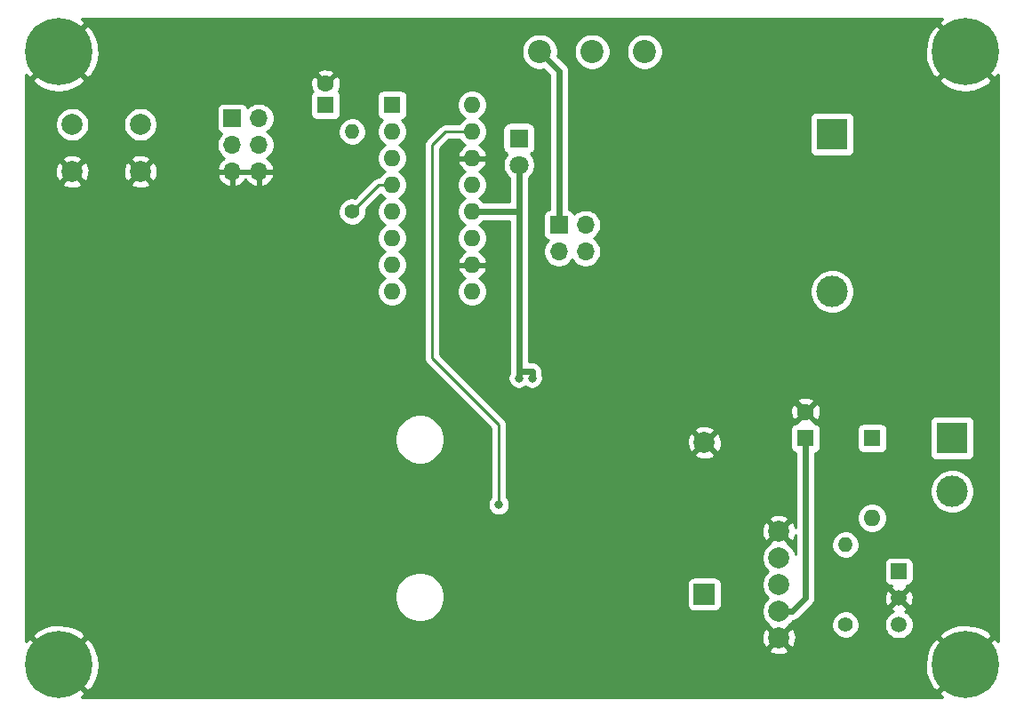
<source format=gtl>
G04 #@! TF.GenerationSoftware,KiCad,Pcbnew,(5.1.9)-1*
G04 #@! TF.CreationDate,2021-01-16T12:12:47+09:00*
G04 #@! TF.ProjectId,bf-026,62662d30-3236-42e6-9b69-6361645f7063,V01L02*
G04 #@! TF.SameCoordinates,Original*
G04 #@! TF.FileFunction,Copper,L1,Top*
G04 #@! TF.FilePolarity,Positive*
%FSLAX46Y46*%
G04 Gerber Fmt 4.6, Leading zero omitted, Abs format (unit mm)*
G04 Created by KiCad (PCBNEW (5.1.9)-1) date 2021-01-16 12:12:47*
%MOMM*%
%LPD*%
G01*
G04 APERTURE LIST*
G04 #@! TA.AperFunction,ComponentPad*
%ADD10C,1.400000*%
G04 #@! TD*
G04 #@! TA.AperFunction,ComponentPad*
%ADD11O,1.400000X1.400000*%
G04 #@! TD*
G04 #@! TA.AperFunction,ComponentPad*
%ADD12R,1.700000X1.700000*%
G04 #@! TD*
G04 #@! TA.AperFunction,ComponentPad*
%ADD13O,1.700000X1.700000*%
G04 #@! TD*
G04 #@! TA.AperFunction,ComponentPad*
%ADD14C,6.400000*%
G04 #@! TD*
G04 #@! TA.AperFunction,ComponentPad*
%ADD15R,1.600000X1.600000*%
G04 #@! TD*
G04 #@! TA.AperFunction,ComponentPad*
%ADD16C,1.600000*%
G04 #@! TD*
G04 #@! TA.AperFunction,ComponentPad*
%ADD17O,1.600000X1.600000*%
G04 #@! TD*
G04 #@! TA.AperFunction,ComponentPad*
%ADD18R,1.800000X1.800000*%
G04 #@! TD*
G04 #@! TA.AperFunction,ComponentPad*
%ADD19C,1.800000*%
G04 #@! TD*
G04 #@! TA.AperFunction,ComponentPad*
%ADD20R,3.000000X3.000000*%
G04 #@! TD*
G04 #@! TA.AperFunction,ComponentPad*
%ADD21C,3.000000*%
G04 #@! TD*
G04 #@! TA.AperFunction,ComponentPad*
%ADD22C,1.500000*%
G04 #@! TD*
G04 #@! TA.AperFunction,ComponentPad*
%ADD23R,1.500000X1.500000*%
G04 #@! TD*
G04 #@! TA.AperFunction,ComponentPad*
%ADD24C,2.000000*%
G04 #@! TD*
G04 #@! TA.AperFunction,ComponentPad*
%ADD25R,2.000000X2.000000*%
G04 #@! TD*
G04 #@! TA.AperFunction,ComponentPad*
%ADD26C,2.200000*%
G04 #@! TD*
G04 #@! TA.AperFunction,ViaPad*
%ADD27C,0.800000*%
G04 #@! TD*
G04 #@! TA.AperFunction,Conductor*
%ADD28C,0.600000*%
G04 #@! TD*
G04 #@! TA.AperFunction,Conductor*
%ADD29C,0.250000*%
G04 #@! TD*
G04 #@! TA.AperFunction,Conductor*
%ADD30C,0.254000*%
G04 #@! TD*
G04 #@! TA.AperFunction,Conductor*
%ADD31C,0.100000*%
G04 #@! TD*
G04 APERTURE END LIST*
D10*
X158750000Y-80010000D03*
D11*
X158750000Y-72390000D03*
D12*
X147320000Y-71120000D03*
D13*
X149860000Y-71120000D03*
X147320000Y-73660000D03*
X149860000Y-73660000D03*
X147320000Y-76200000D03*
X149860000Y-76200000D03*
D14*
X130810000Y-64770000D03*
X130810000Y-123190000D03*
X217170000Y-123190000D03*
X217170000Y-64770000D03*
D15*
X156210000Y-69850000D03*
D16*
X156210000Y-67850000D03*
D15*
X201930000Y-101600000D03*
D16*
X201930000Y-99100000D03*
D15*
X208280000Y-101600000D03*
D17*
X208280000Y-109220000D03*
D18*
X174625000Y-73025000D03*
D19*
X174625000Y-75565000D03*
D12*
X178435000Y-81280000D03*
D13*
X180975000Y-81280000D03*
X178435000Y-83820000D03*
X180975000Y-83820000D03*
D20*
X215900000Y-101600000D03*
D21*
X215900000Y-106680000D03*
D22*
X210820000Y-116840000D03*
X210820000Y-119380000D03*
D23*
X210820000Y-114300000D03*
D11*
X205740000Y-111760000D03*
D10*
X205740000Y-119380000D03*
D24*
X132080000Y-76200000D03*
X132080000Y-71700000D03*
X138580000Y-76200000D03*
X138580000Y-71700000D03*
D15*
X162560000Y-69850000D03*
D17*
X170180000Y-87630000D03*
X162560000Y-72390000D03*
X170180000Y-85090000D03*
X162560000Y-74930000D03*
X170180000Y-82550000D03*
X162560000Y-77470000D03*
X170180000Y-80010000D03*
X162560000Y-80010000D03*
X170180000Y-77470000D03*
X162560000Y-82550000D03*
X170180000Y-74930000D03*
X162560000Y-85090000D03*
X170180000Y-72390000D03*
X162560000Y-87630000D03*
X170180000Y-69850000D03*
D25*
X192300000Y-116470000D03*
D24*
X192300000Y-102020000D03*
D20*
X204470000Y-72630000D03*
D21*
X204470000Y-87630000D03*
D26*
X176610000Y-64770000D03*
X181610000Y-64770000D03*
X186610000Y-64770000D03*
D24*
X199390000Y-113030000D03*
X199390000Y-115570000D03*
X199390000Y-118110000D03*
X199390000Y-110490000D03*
X199390000Y-120650000D03*
D27*
X139700000Y-63500000D03*
X149860000Y-63500000D03*
X160020000Y-63500000D03*
X170180000Y-63500000D03*
X210820000Y-63500000D03*
X218440000Y-73660000D03*
X218440000Y-114300000D03*
X210820000Y-93980000D03*
X200660000Y-93980000D03*
X190500000Y-93980000D03*
X180340000Y-93980000D03*
X160020000Y-93980000D03*
X149860000Y-93980000D03*
X139700000Y-93980000D03*
X129540000Y-93980000D03*
X200660000Y-63500000D03*
X190500000Y-63500000D03*
X218440000Y-83820000D03*
X210820000Y-83820000D03*
X210820000Y-73660000D03*
X218440000Y-93980000D03*
X200660000Y-73660000D03*
X190500000Y-73660000D03*
X200660000Y-83820000D03*
X129540000Y-73660000D03*
X129540000Y-83820000D03*
X149860000Y-124460000D03*
X160020000Y-124460000D03*
X170180000Y-124460000D03*
X180340000Y-124460000D03*
X190500000Y-124460000D03*
X210820000Y-124460000D03*
X149860000Y-114300000D03*
X149860000Y-104140000D03*
X160020000Y-104140000D03*
X160020000Y-114300000D03*
X170180000Y-114300000D03*
X180340000Y-114300000D03*
X129540000Y-104140000D03*
X129540000Y-114300000D03*
X139700000Y-104140000D03*
X139700000Y-114300000D03*
X139700000Y-124460000D03*
X200660000Y-124460000D03*
X180340000Y-86360000D03*
X190500000Y-83820000D03*
X170180000Y-93980000D03*
X180340000Y-104140000D03*
X190500000Y-104140000D03*
X210820000Y-104140000D03*
X170180000Y-104140000D03*
X139700000Y-80010000D03*
X153670000Y-80010000D03*
X174625000Y-95885000D03*
X175895000Y-95885000D03*
X172720000Y-107950000D03*
D28*
X170180000Y-80010000D02*
X174625000Y-80010000D01*
X174625000Y-80010000D02*
X174625000Y-75565000D01*
X174625000Y-95250000D02*
X175895000Y-95250000D01*
X175895000Y-95885000D02*
X175895000Y-95250000D01*
X174625000Y-95885000D02*
X174625000Y-95250000D01*
X174625000Y-95250000D02*
X174625000Y-80010000D01*
X201930000Y-116840000D02*
X200660000Y-118110000D01*
X201930000Y-101600000D02*
X201930000Y-116840000D01*
X199390000Y-118110000D02*
X200660000Y-118110000D01*
X178435000Y-66595000D02*
X176610000Y-64770000D01*
X178435000Y-81280000D02*
X178435000Y-66595000D01*
D29*
X161290000Y-77470000D02*
X158750000Y-80010000D01*
X162560000Y-77470000D02*
X161290000Y-77470000D01*
X167640000Y-72390000D02*
X170180000Y-72390000D01*
X166370000Y-73660000D02*
X167640000Y-72390000D01*
X166370000Y-93980000D02*
X166370000Y-73660000D01*
X172720000Y-100330000D02*
X166370000Y-93980000D01*
X172720000Y-107950000D02*
X172720000Y-100330000D01*
D30*
X214648724Y-62069119D02*
X217170000Y-64590395D01*
X217184143Y-64576253D01*
X217363748Y-64755858D01*
X217349605Y-64770000D01*
X219870881Y-67291276D01*
X220320000Y-66960914D01*
X220320001Y-120999087D01*
X219870881Y-120668724D01*
X217349605Y-123190000D01*
X217363748Y-123204143D01*
X217184143Y-123383748D01*
X217170000Y-123369605D01*
X214648724Y-125890881D01*
X214979086Y-126340000D01*
X133000914Y-126340000D01*
X133331276Y-125890881D01*
X130810000Y-123369605D01*
X130795858Y-123383748D01*
X130616253Y-123204143D01*
X130630395Y-123190000D01*
X130989605Y-123190000D01*
X133510881Y-125711276D01*
X134000548Y-125351088D01*
X134360849Y-124687118D01*
X134584694Y-123965615D01*
X134663480Y-123214305D01*
X134659002Y-123165695D01*
X213316520Y-123165695D01*
X213385822Y-123917938D01*
X213600548Y-124642208D01*
X213952445Y-125310670D01*
X213979452Y-125351088D01*
X214469119Y-125711276D01*
X216990395Y-123190000D01*
X214469119Y-120668724D01*
X213979452Y-121028912D01*
X213619151Y-121692882D01*
X213395306Y-122414385D01*
X213316520Y-123165695D01*
X134659002Y-123165695D01*
X134594178Y-122462062D01*
X134393571Y-121785413D01*
X198434192Y-121785413D01*
X198529956Y-122049814D01*
X198819571Y-122190704D01*
X199131108Y-122272384D01*
X199452595Y-122291718D01*
X199771675Y-122247961D01*
X200076088Y-122142795D01*
X200250044Y-122049814D01*
X200345808Y-121785413D01*
X199390000Y-120829605D01*
X198434192Y-121785413D01*
X134393571Y-121785413D01*
X134379452Y-121737792D01*
X134027555Y-121069330D01*
X134000548Y-121028912D01*
X133570523Y-120712595D01*
X197748282Y-120712595D01*
X197792039Y-121031675D01*
X197897205Y-121336088D01*
X197990186Y-121510044D01*
X198254587Y-121605808D01*
X199210395Y-120650000D01*
X199569605Y-120650000D01*
X200525413Y-121605808D01*
X200789814Y-121510044D01*
X200930704Y-121220429D01*
X201012384Y-120908892D01*
X201031718Y-120587405D01*
X200987961Y-120268325D01*
X200882795Y-119963912D01*
X200789814Y-119789956D01*
X200525413Y-119694192D01*
X199569605Y-120650000D01*
X199210395Y-120650000D01*
X198254587Y-119694192D01*
X197990186Y-119789956D01*
X197849296Y-120079571D01*
X197767616Y-120391108D01*
X197748282Y-120712595D01*
X133570523Y-120712595D01*
X133510881Y-120668724D01*
X130989605Y-123190000D01*
X130630395Y-123190000D01*
X128109119Y-120668724D01*
X127660000Y-120999086D01*
X127660000Y-120489119D01*
X128288724Y-120489119D01*
X130810000Y-123010395D01*
X133331276Y-120489119D01*
X132971088Y-119999452D01*
X132307118Y-119639151D01*
X131585615Y-119415306D01*
X130834305Y-119336520D01*
X130082062Y-119405822D01*
X129357792Y-119620548D01*
X128689330Y-119972445D01*
X128648912Y-119999452D01*
X128288724Y-120489119D01*
X127660000Y-120489119D01*
X127660000Y-116485098D01*
X162815000Y-116485098D01*
X162815000Y-116954902D01*
X162906654Y-117415679D01*
X163086440Y-117849721D01*
X163347450Y-118240349D01*
X163679651Y-118572550D01*
X164070279Y-118833560D01*
X164504321Y-119013346D01*
X164965098Y-119105000D01*
X165434902Y-119105000D01*
X165895679Y-119013346D01*
X166329721Y-118833560D01*
X166720349Y-118572550D01*
X167052550Y-118240349D01*
X167313560Y-117849721D01*
X167493346Y-117415679D01*
X167585000Y-116954902D01*
X167585000Y-116485098D01*
X167493346Y-116024321D01*
X167313560Y-115590279D01*
X167233192Y-115470000D01*
X190661928Y-115470000D01*
X190661928Y-117470000D01*
X190674188Y-117594482D01*
X190710498Y-117714180D01*
X190769463Y-117824494D01*
X190848815Y-117921185D01*
X190945506Y-118000537D01*
X191055820Y-118059502D01*
X191175518Y-118095812D01*
X191300000Y-118108072D01*
X193300000Y-118108072D01*
X193424482Y-118095812D01*
X193544180Y-118059502D01*
X193654494Y-118000537D01*
X193751185Y-117921185D01*
X193830537Y-117824494D01*
X193889502Y-117714180D01*
X193925812Y-117594482D01*
X193938072Y-117470000D01*
X193938072Y-115470000D01*
X193925812Y-115345518D01*
X193889502Y-115225820D01*
X193830537Y-115115506D01*
X193751185Y-115018815D01*
X193654494Y-114939463D01*
X193544180Y-114880498D01*
X193424482Y-114844188D01*
X193300000Y-114831928D01*
X191300000Y-114831928D01*
X191175518Y-114844188D01*
X191055820Y-114880498D01*
X190945506Y-114939463D01*
X190848815Y-115018815D01*
X190769463Y-115115506D01*
X190710498Y-115225820D01*
X190674188Y-115345518D01*
X190661928Y-115470000D01*
X167233192Y-115470000D01*
X167052550Y-115199651D01*
X166720349Y-114867450D01*
X166329721Y-114606440D01*
X165895679Y-114426654D01*
X165434902Y-114335000D01*
X164965098Y-114335000D01*
X164504321Y-114426654D01*
X164070279Y-114606440D01*
X163679651Y-114867450D01*
X163347450Y-115199651D01*
X163086440Y-115590279D01*
X162906654Y-116024321D01*
X162815000Y-116485098D01*
X127660000Y-116485098D01*
X127660000Y-112868967D01*
X197755000Y-112868967D01*
X197755000Y-113191033D01*
X197817832Y-113506912D01*
X197941082Y-113804463D01*
X198120013Y-114072252D01*
X198347748Y-114299987D01*
X198347767Y-114300000D01*
X198347748Y-114300013D01*
X198120013Y-114527748D01*
X197941082Y-114795537D01*
X197817832Y-115093088D01*
X197755000Y-115408967D01*
X197755000Y-115731033D01*
X197817832Y-116046912D01*
X197941082Y-116344463D01*
X198120013Y-116612252D01*
X198347748Y-116839987D01*
X198347767Y-116840000D01*
X198347748Y-116840013D01*
X198120013Y-117067748D01*
X197941082Y-117335537D01*
X197817832Y-117633088D01*
X197755000Y-117948967D01*
X197755000Y-118271033D01*
X197817832Y-118586912D01*
X197941082Y-118884463D01*
X198120013Y-119152252D01*
X198347748Y-119379987D01*
X198456600Y-119452720D01*
X198434192Y-119514587D01*
X199390000Y-120470395D01*
X200345808Y-119514587D01*
X200323400Y-119452720D01*
X200432252Y-119379987D01*
X200563725Y-119248514D01*
X204405000Y-119248514D01*
X204405000Y-119511486D01*
X204456304Y-119769405D01*
X204556939Y-120012359D01*
X204703038Y-120231013D01*
X204888987Y-120416962D01*
X205107641Y-120563061D01*
X205350595Y-120663696D01*
X205608514Y-120715000D01*
X205871486Y-120715000D01*
X206129405Y-120663696D01*
X206372359Y-120563061D01*
X206591013Y-120416962D01*
X206776962Y-120231013D01*
X206923061Y-120012359D01*
X207023696Y-119769405D01*
X207075000Y-119511486D01*
X207075000Y-119248514D01*
X207074021Y-119243589D01*
X209435000Y-119243589D01*
X209435000Y-119516411D01*
X209488225Y-119783989D01*
X209592629Y-120036043D01*
X209744201Y-120262886D01*
X209937114Y-120455799D01*
X210163957Y-120607371D01*
X210416011Y-120711775D01*
X210683589Y-120765000D01*
X210956411Y-120765000D01*
X211223989Y-120711775D01*
X211476043Y-120607371D01*
X211653019Y-120489119D01*
X214648724Y-120489119D01*
X217170000Y-123010395D01*
X219691276Y-120489119D01*
X219331088Y-119999452D01*
X218667118Y-119639151D01*
X217945615Y-119415306D01*
X217194305Y-119336520D01*
X216442062Y-119405822D01*
X215717792Y-119620548D01*
X215049330Y-119972445D01*
X215008912Y-119999452D01*
X214648724Y-120489119D01*
X211653019Y-120489119D01*
X211702886Y-120455799D01*
X211895799Y-120262886D01*
X212047371Y-120036043D01*
X212151775Y-119783989D01*
X212205000Y-119516411D01*
X212205000Y-119243589D01*
X212151775Y-118976011D01*
X212047371Y-118723957D01*
X211895799Y-118497114D01*
X211702886Y-118304201D01*
X211476043Y-118152629D01*
X211376721Y-118111489D01*
X211418832Y-118096277D01*
X211531863Y-118035860D01*
X211597388Y-117796993D01*
X210820000Y-117019605D01*
X210042612Y-117796993D01*
X210108137Y-118035860D01*
X210266477Y-118110164D01*
X210163957Y-118152629D01*
X209937114Y-118304201D01*
X209744201Y-118497114D01*
X209592629Y-118723957D01*
X209488225Y-118976011D01*
X209435000Y-119243589D01*
X207074021Y-119243589D01*
X207023696Y-118990595D01*
X206923061Y-118747641D01*
X206776962Y-118528987D01*
X206591013Y-118343038D01*
X206372359Y-118196939D01*
X206129405Y-118096304D01*
X205871486Y-118045000D01*
X205608514Y-118045000D01*
X205350595Y-118096304D01*
X205107641Y-118196939D01*
X204888987Y-118343038D01*
X204703038Y-118528987D01*
X204556939Y-118747641D01*
X204456304Y-118990595D01*
X204405000Y-119248514D01*
X200563725Y-119248514D01*
X200659987Y-119152252D01*
X200733462Y-119042288D01*
X200843292Y-119031471D01*
X201019540Y-118978007D01*
X201181972Y-118891186D01*
X201324344Y-118774344D01*
X201353630Y-118738659D01*
X202558664Y-117533626D01*
X202594344Y-117504344D01*
X202711186Y-117361972D01*
X202798007Y-117199540D01*
X202835253Y-117076757D01*
X202851471Y-117023293D01*
X202862384Y-116912492D01*
X209430188Y-116912492D01*
X209471035Y-117182238D01*
X209563723Y-117438832D01*
X209624140Y-117551863D01*
X209863007Y-117617388D01*
X210640395Y-116840000D01*
X210999605Y-116840000D01*
X211776993Y-117617388D01*
X212015860Y-117551863D01*
X212131760Y-117304884D01*
X212197250Y-117040040D01*
X212209812Y-116767508D01*
X212168965Y-116497762D01*
X212076277Y-116241168D01*
X212015860Y-116128137D01*
X211776993Y-116062612D01*
X210999605Y-116840000D01*
X210640395Y-116840000D01*
X209863007Y-116062612D01*
X209624140Y-116128137D01*
X209508240Y-116375116D01*
X209442750Y-116639960D01*
X209430188Y-116912492D01*
X202862384Y-116912492D01*
X202869524Y-116840001D01*
X202865000Y-116794069D01*
X202865000Y-113550000D01*
X209431928Y-113550000D01*
X209431928Y-115050000D01*
X209444188Y-115174482D01*
X209480498Y-115294180D01*
X209539463Y-115404494D01*
X209618815Y-115501185D01*
X209715506Y-115580537D01*
X209825820Y-115639502D01*
X209945518Y-115675812D01*
X210070000Y-115688072D01*
X210096086Y-115688072D01*
X210042612Y-115883007D01*
X210820000Y-116660395D01*
X211597388Y-115883007D01*
X211543914Y-115688072D01*
X211570000Y-115688072D01*
X211694482Y-115675812D01*
X211814180Y-115639502D01*
X211924494Y-115580537D01*
X212021185Y-115501185D01*
X212100537Y-115404494D01*
X212159502Y-115294180D01*
X212195812Y-115174482D01*
X212208072Y-115050000D01*
X212208072Y-113550000D01*
X212195812Y-113425518D01*
X212159502Y-113305820D01*
X212100537Y-113195506D01*
X212021185Y-113098815D01*
X211924494Y-113019463D01*
X211814180Y-112960498D01*
X211694482Y-112924188D01*
X211570000Y-112911928D01*
X210070000Y-112911928D01*
X209945518Y-112924188D01*
X209825820Y-112960498D01*
X209715506Y-113019463D01*
X209618815Y-113098815D01*
X209539463Y-113195506D01*
X209480498Y-113305820D01*
X209444188Y-113425518D01*
X209431928Y-113550000D01*
X202865000Y-113550000D01*
X202865000Y-111628514D01*
X204405000Y-111628514D01*
X204405000Y-111891486D01*
X204456304Y-112149405D01*
X204556939Y-112392359D01*
X204703038Y-112611013D01*
X204888987Y-112796962D01*
X205107641Y-112943061D01*
X205350595Y-113043696D01*
X205608514Y-113095000D01*
X205871486Y-113095000D01*
X206129405Y-113043696D01*
X206372359Y-112943061D01*
X206591013Y-112796962D01*
X206776962Y-112611013D01*
X206923061Y-112392359D01*
X207023696Y-112149405D01*
X207075000Y-111891486D01*
X207075000Y-111628514D01*
X207023696Y-111370595D01*
X206923061Y-111127641D01*
X206776962Y-110908987D01*
X206591013Y-110723038D01*
X206372359Y-110576939D01*
X206129405Y-110476304D01*
X205871486Y-110425000D01*
X205608514Y-110425000D01*
X205350595Y-110476304D01*
X205107641Y-110576939D01*
X204888987Y-110723038D01*
X204703038Y-110908987D01*
X204556939Y-111127641D01*
X204456304Y-111370595D01*
X204405000Y-111628514D01*
X202865000Y-111628514D01*
X202865000Y-109078665D01*
X206845000Y-109078665D01*
X206845000Y-109361335D01*
X206900147Y-109638574D01*
X207008320Y-109899727D01*
X207165363Y-110134759D01*
X207365241Y-110334637D01*
X207600273Y-110491680D01*
X207861426Y-110599853D01*
X208138665Y-110655000D01*
X208421335Y-110655000D01*
X208698574Y-110599853D01*
X208959727Y-110491680D01*
X209194759Y-110334637D01*
X209394637Y-110134759D01*
X209551680Y-109899727D01*
X209659853Y-109638574D01*
X209715000Y-109361335D01*
X209715000Y-109078665D01*
X209659853Y-108801426D01*
X209551680Y-108540273D01*
X209394637Y-108305241D01*
X209194759Y-108105363D01*
X208959727Y-107948320D01*
X208698574Y-107840147D01*
X208421335Y-107785000D01*
X208138665Y-107785000D01*
X207861426Y-107840147D01*
X207600273Y-107948320D01*
X207365241Y-108105363D01*
X207165363Y-108305241D01*
X207008320Y-108540273D01*
X206900147Y-108801426D01*
X206845000Y-109078665D01*
X202865000Y-109078665D01*
X202865000Y-106469721D01*
X213765000Y-106469721D01*
X213765000Y-106890279D01*
X213847047Y-107302756D01*
X214007988Y-107691302D01*
X214241637Y-108040983D01*
X214539017Y-108338363D01*
X214888698Y-108572012D01*
X215277244Y-108732953D01*
X215689721Y-108815000D01*
X216110279Y-108815000D01*
X216522756Y-108732953D01*
X216911302Y-108572012D01*
X217260983Y-108338363D01*
X217558363Y-108040983D01*
X217792012Y-107691302D01*
X217952953Y-107302756D01*
X218035000Y-106890279D01*
X218035000Y-106469721D01*
X217952953Y-106057244D01*
X217792012Y-105668698D01*
X217558363Y-105319017D01*
X217260983Y-105021637D01*
X216911302Y-104787988D01*
X216522756Y-104627047D01*
X216110279Y-104545000D01*
X215689721Y-104545000D01*
X215277244Y-104627047D01*
X214888698Y-104787988D01*
X214539017Y-105021637D01*
X214241637Y-105319017D01*
X214007988Y-105668698D01*
X213847047Y-106057244D01*
X213765000Y-106469721D01*
X202865000Y-106469721D01*
X202865000Y-103022621D01*
X202974180Y-102989502D01*
X203084494Y-102930537D01*
X203181185Y-102851185D01*
X203260537Y-102754494D01*
X203319502Y-102644180D01*
X203355812Y-102524482D01*
X203368072Y-102400000D01*
X203368072Y-100800000D01*
X206841928Y-100800000D01*
X206841928Y-102400000D01*
X206854188Y-102524482D01*
X206890498Y-102644180D01*
X206949463Y-102754494D01*
X207028815Y-102851185D01*
X207125506Y-102930537D01*
X207235820Y-102989502D01*
X207355518Y-103025812D01*
X207480000Y-103038072D01*
X209080000Y-103038072D01*
X209204482Y-103025812D01*
X209324180Y-102989502D01*
X209434494Y-102930537D01*
X209531185Y-102851185D01*
X209610537Y-102754494D01*
X209669502Y-102644180D01*
X209705812Y-102524482D01*
X209718072Y-102400000D01*
X209718072Y-100800000D01*
X209705812Y-100675518D01*
X209669502Y-100555820D01*
X209610537Y-100445506D01*
X209531185Y-100348815D01*
X209434494Y-100269463D01*
X209324180Y-100210498D01*
X209204482Y-100174188D01*
X209080000Y-100161928D01*
X207480000Y-100161928D01*
X207355518Y-100174188D01*
X207235820Y-100210498D01*
X207125506Y-100269463D01*
X207028815Y-100348815D01*
X206949463Y-100445506D01*
X206890498Y-100555820D01*
X206854188Y-100675518D01*
X206841928Y-100800000D01*
X203368072Y-100800000D01*
X203355812Y-100675518D01*
X203319502Y-100555820D01*
X203260537Y-100445506D01*
X203181185Y-100348815D01*
X203084494Y-100269463D01*
X202974180Y-100210498D01*
X202854482Y-100174188D01*
X202730000Y-100161928D01*
X202722785Y-100161928D01*
X202740955Y-100100000D01*
X213761928Y-100100000D01*
X213761928Y-103100000D01*
X213774188Y-103224482D01*
X213810498Y-103344180D01*
X213869463Y-103454494D01*
X213948815Y-103551185D01*
X214045506Y-103630537D01*
X214155820Y-103689502D01*
X214275518Y-103725812D01*
X214400000Y-103738072D01*
X217400000Y-103738072D01*
X217524482Y-103725812D01*
X217644180Y-103689502D01*
X217754494Y-103630537D01*
X217851185Y-103551185D01*
X217930537Y-103454494D01*
X217989502Y-103344180D01*
X218025812Y-103224482D01*
X218038072Y-103100000D01*
X218038072Y-100100000D01*
X218025812Y-99975518D01*
X217989502Y-99855820D01*
X217930537Y-99745506D01*
X217851185Y-99648815D01*
X217754494Y-99569463D01*
X217644180Y-99510498D01*
X217524482Y-99474188D01*
X217400000Y-99461928D01*
X214400000Y-99461928D01*
X214275518Y-99474188D01*
X214155820Y-99510498D01*
X214045506Y-99569463D01*
X213948815Y-99648815D01*
X213869463Y-99745506D01*
X213810498Y-99855820D01*
X213774188Y-99975518D01*
X213761928Y-100100000D01*
X202740955Y-100100000D01*
X202743097Y-100092702D01*
X201930000Y-99279605D01*
X201116903Y-100092702D01*
X201137215Y-100161928D01*
X201130000Y-100161928D01*
X201005518Y-100174188D01*
X200885820Y-100210498D01*
X200775506Y-100269463D01*
X200678815Y-100348815D01*
X200599463Y-100445506D01*
X200540498Y-100555820D01*
X200504188Y-100675518D01*
X200491928Y-100800000D01*
X200491928Y-102400000D01*
X200504188Y-102524482D01*
X200540498Y-102644180D01*
X200599463Y-102754494D01*
X200678815Y-102851185D01*
X200775506Y-102930537D01*
X200885820Y-102989502D01*
X200995000Y-103022621D01*
X200995001Y-110159658D01*
X200987961Y-110108325D01*
X200882795Y-109803912D01*
X200789814Y-109629956D01*
X200525413Y-109534192D01*
X199569605Y-110490000D01*
X200525413Y-111445808D01*
X200789814Y-111350044D01*
X200930704Y-111060429D01*
X200995001Y-110815194D01*
X200995001Y-112718150D01*
X200962168Y-112553088D01*
X200838918Y-112255537D01*
X200659987Y-111987748D01*
X200432252Y-111760013D01*
X200323400Y-111687280D01*
X200345808Y-111625413D01*
X199390000Y-110669605D01*
X198434192Y-111625413D01*
X198456600Y-111687280D01*
X198347748Y-111760013D01*
X198120013Y-111987748D01*
X197941082Y-112255537D01*
X197817832Y-112553088D01*
X197755000Y-112868967D01*
X127660000Y-112868967D01*
X127660000Y-110552595D01*
X197748282Y-110552595D01*
X197792039Y-110871675D01*
X197897205Y-111176088D01*
X197990186Y-111350044D01*
X198254587Y-111445808D01*
X199210395Y-110490000D01*
X198254587Y-109534192D01*
X197990186Y-109629956D01*
X197849296Y-109919571D01*
X197767616Y-110231108D01*
X197748282Y-110552595D01*
X127660000Y-110552595D01*
X127660000Y-109354587D01*
X198434192Y-109354587D01*
X199390000Y-110310395D01*
X200345808Y-109354587D01*
X200250044Y-109090186D01*
X199960429Y-108949296D01*
X199648892Y-108867616D01*
X199327405Y-108848282D01*
X199008325Y-108892039D01*
X198703912Y-108997205D01*
X198529956Y-109090186D01*
X198434192Y-109354587D01*
X127660000Y-109354587D01*
X127660000Y-101485098D01*
X162815000Y-101485098D01*
X162815000Y-101954902D01*
X162906654Y-102415679D01*
X163086440Y-102849721D01*
X163347450Y-103240349D01*
X163679651Y-103572550D01*
X164070279Y-103833560D01*
X164504321Y-104013346D01*
X164965098Y-104105000D01*
X165434902Y-104105000D01*
X165895679Y-104013346D01*
X166329721Y-103833560D01*
X166720349Y-103572550D01*
X167052550Y-103240349D01*
X167313560Y-102849721D01*
X167493346Y-102415679D01*
X167585000Y-101954902D01*
X167585000Y-101485098D01*
X167493346Y-101024321D01*
X167313560Y-100590279D01*
X167052550Y-100199651D01*
X166720349Y-99867450D01*
X166329721Y-99606440D01*
X165895679Y-99426654D01*
X165434902Y-99335000D01*
X164965098Y-99335000D01*
X164504321Y-99426654D01*
X164070279Y-99606440D01*
X163679651Y-99867450D01*
X163347450Y-100199651D01*
X163086440Y-100590279D01*
X162906654Y-101024321D01*
X162815000Y-101485098D01*
X127660000Y-101485098D01*
X127660000Y-79878514D01*
X157415000Y-79878514D01*
X157415000Y-80141486D01*
X157466304Y-80399405D01*
X157566939Y-80642359D01*
X157713038Y-80861013D01*
X157898987Y-81046962D01*
X158117641Y-81193061D01*
X158360595Y-81293696D01*
X158618514Y-81345000D01*
X158881486Y-81345000D01*
X159139405Y-81293696D01*
X159382359Y-81193061D01*
X159601013Y-81046962D01*
X159786962Y-80861013D01*
X159933061Y-80642359D01*
X160033696Y-80399405D01*
X160085000Y-80141486D01*
X160085000Y-79878514D01*
X160063645Y-79771157D01*
X161447703Y-78387099D01*
X161645241Y-78584637D01*
X161877759Y-78740000D01*
X161645241Y-78895363D01*
X161445363Y-79095241D01*
X161288320Y-79330273D01*
X161180147Y-79591426D01*
X161125000Y-79868665D01*
X161125000Y-80151335D01*
X161180147Y-80428574D01*
X161288320Y-80689727D01*
X161445363Y-80924759D01*
X161645241Y-81124637D01*
X161877759Y-81280000D01*
X161645241Y-81435363D01*
X161445363Y-81635241D01*
X161288320Y-81870273D01*
X161180147Y-82131426D01*
X161125000Y-82408665D01*
X161125000Y-82691335D01*
X161180147Y-82968574D01*
X161288320Y-83229727D01*
X161445363Y-83464759D01*
X161645241Y-83664637D01*
X161877759Y-83820000D01*
X161645241Y-83975363D01*
X161445363Y-84175241D01*
X161288320Y-84410273D01*
X161180147Y-84671426D01*
X161125000Y-84948665D01*
X161125000Y-85231335D01*
X161180147Y-85508574D01*
X161288320Y-85769727D01*
X161445363Y-86004759D01*
X161645241Y-86204637D01*
X161877759Y-86360000D01*
X161645241Y-86515363D01*
X161445363Y-86715241D01*
X161288320Y-86950273D01*
X161180147Y-87211426D01*
X161125000Y-87488665D01*
X161125000Y-87771335D01*
X161180147Y-88048574D01*
X161288320Y-88309727D01*
X161445363Y-88544759D01*
X161645241Y-88744637D01*
X161880273Y-88901680D01*
X162141426Y-89009853D01*
X162418665Y-89065000D01*
X162701335Y-89065000D01*
X162978574Y-89009853D01*
X163239727Y-88901680D01*
X163474759Y-88744637D01*
X163674637Y-88544759D01*
X163831680Y-88309727D01*
X163939853Y-88048574D01*
X163995000Y-87771335D01*
X163995000Y-87488665D01*
X163939853Y-87211426D01*
X163831680Y-86950273D01*
X163674637Y-86715241D01*
X163474759Y-86515363D01*
X163242241Y-86360000D01*
X163474759Y-86204637D01*
X163674637Y-86004759D01*
X163831680Y-85769727D01*
X163939853Y-85508574D01*
X163995000Y-85231335D01*
X163995000Y-84948665D01*
X163939853Y-84671426D01*
X163831680Y-84410273D01*
X163674637Y-84175241D01*
X163474759Y-83975363D01*
X163242241Y-83820000D01*
X163474759Y-83664637D01*
X163674637Y-83464759D01*
X163831680Y-83229727D01*
X163939853Y-82968574D01*
X163995000Y-82691335D01*
X163995000Y-82408665D01*
X163939853Y-82131426D01*
X163831680Y-81870273D01*
X163674637Y-81635241D01*
X163474759Y-81435363D01*
X163242241Y-81280000D01*
X163474759Y-81124637D01*
X163674637Y-80924759D01*
X163831680Y-80689727D01*
X163939853Y-80428574D01*
X163995000Y-80151335D01*
X163995000Y-79868665D01*
X163939853Y-79591426D01*
X163831680Y-79330273D01*
X163674637Y-79095241D01*
X163474759Y-78895363D01*
X163242241Y-78740000D01*
X163474759Y-78584637D01*
X163674637Y-78384759D01*
X163831680Y-78149727D01*
X163939853Y-77888574D01*
X163995000Y-77611335D01*
X163995000Y-77328665D01*
X163939853Y-77051426D01*
X163831680Y-76790273D01*
X163674637Y-76555241D01*
X163474759Y-76355363D01*
X163242241Y-76200000D01*
X163474759Y-76044637D01*
X163674637Y-75844759D01*
X163831680Y-75609727D01*
X163939853Y-75348574D01*
X163995000Y-75071335D01*
X163995000Y-74788665D01*
X163939853Y-74511426D01*
X163831680Y-74250273D01*
X163674637Y-74015241D01*
X163474759Y-73815363D01*
X163242241Y-73660000D01*
X165606324Y-73660000D01*
X165610001Y-73697333D01*
X165610000Y-93942678D01*
X165606324Y-93980000D01*
X165610000Y-94017322D01*
X165610000Y-94017332D01*
X165620997Y-94128985D01*
X165664454Y-94272246D01*
X165735026Y-94404276D01*
X165774871Y-94452826D01*
X165829999Y-94520001D01*
X165859003Y-94543804D01*
X171960001Y-100644803D01*
X171960000Y-107246289D01*
X171916063Y-107290226D01*
X171802795Y-107459744D01*
X171724774Y-107648102D01*
X171685000Y-107848061D01*
X171685000Y-108051939D01*
X171724774Y-108251898D01*
X171802795Y-108440256D01*
X171916063Y-108609774D01*
X172060226Y-108753937D01*
X172229744Y-108867205D01*
X172418102Y-108945226D01*
X172618061Y-108985000D01*
X172821939Y-108985000D01*
X173021898Y-108945226D01*
X173210256Y-108867205D01*
X173379774Y-108753937D01*
X173523937Y-108609774D01*
X173637205Y-108440256D01*
X173715226Y-108251898D01*
X173755000Y-108051939D01*
X173755000Y-107848061D01*
X173715226Y-107648102D01*
X173637205Y-107459744D01*
X173523937Y-107290226D01*
X173480000Y-107246289D01*
X173480000Y-103155413D01*
X191344192Y-103155413D01*
X191439956Y-103419814D01*
X191729571Y-103560704D01*
X192041108Y-103642384D01*
X192362595Y-103661718D01*
X192681675Y-103617961D01*
X192986088Y-103512795D01*
X193160044Y-103419814D01*
X193255808Y-103155413D01*
X192300000Y-102199605D01*
X191344192Y-103155413D01*
X173480000Y-103155413D01*
X173480000Y-102082595D01*
X190658282Y-102082595D01*
X190702039Y-102401675D01*
X190807205Y-102706088D01*
X190900186Y-102880044D01*
X191164587Y-102975808D01*
X192120395Y-102020000D01*
X192479605Y-102020000D01*
X193435413Y-102975808D01*
X193699814Y-102880044D01*
X193840704Y-102590429D01*
X193922384Y-102278892D01*
X193941718Y-101957405D01*
X193897961Y-101638325D01*
X193792795Y-101333912D01*
X193699814Y-101159956D01*
X193435413Y-101064192D01*
X192479605Y-102020000D01*
X192120395Y-102020000D01*
X191164587Y-101064192D01*
X190900186Y-101159956D01*
X190759296Y-101449571D01*
X190677616Y-101761108D01*
X190658282Y-102082595D01*
X173480000Y-102082595D01*
X173480000Y-100884587D01*
X191344192Y-100884587D01*
X192300000Y-101840395D01*
X193255808Y-100884587D01*
X193160044Y-100620186D01*
X192870429Y-100479296D01*
X192558892Y-100397616D01*
X192237405Y-100378282D01*
X191918325Y-100422039D01*
X191613912Y-100527205D01*
X191439956Y-100620186D01*
X191344192Y-100884587D01*
X173480000Y-100884587D01*
X173480000Y-100367322D01*
X173483676Y-100329999D01*
X173480000Y-100292676D01*
X173480000Y-100292667D01*
X173469003Y-100181014D01*
X173425546Y-100037753D01*
X173392280Y-99975518D01*
X173354974Y-99905723D01*
X173283799Y-99818997D01*
X173260001Y-99789999D01*
X173231003Y-99766201D01*
X172635314Y-99170512D01*
X200489783Y-99170512D01*
X200531213Y-99450130D01*
X200626397Y-99716292D01*
X200693329Y-99841514D01*
X200937298Y-99913097D01*
X201750395Y-99100000D01*
X202109605Y-99100000D01*
X202922702Y-99913097D01*
X203166671Y-99841514D01*
X203287571Y-99586004D01*
X203356300Y-99311816D01*
X203370217Y-99029488D01*
X203328787Y-98749870D01*
X203233603Y-98483708D01*
X203166671Y-98358486D01*
X202922702Y-98286903D01*
X202109605Y-99100000D01*
X201750395Y-99100000D01*
X200937298Y-98286903D01*
X200693329Y-98358486D01*
X200572429Y-98613996D01*
X200503700Y-98888184D01*
X200489783Y-99170512D01*
X172635314Y-99170512D01*
X171572100Y-98107298D01*
X201116903Y-98107298D01*
X201930000Y-98920395D01*
X202743097Y-98107298D01*
X202671514Y-97863329D01*
X202416004Y-97742429D01*
X202141816Y-97673700D01*
X201859488Y-97659783D01*
X201579870Y-97701213D01*
X201313708Y-97796397D01*
X201188486Y-97863329D01*
X201116903Y-98107298D01*
X171572100Y-98107298D01*
X167130000Y-93665199D01*
X167130000Y-87488665D01*
X168745000Y-87488665D01*
X168745000Y-87771335D01*
X168800147Y-88048574D01*
X168908320Y-88309727D01*
X169065363Y-88544759D01*
X169265241Y-88744637D01*
X169500273Y-88901680D01*
X169761426Y-89009853D01*
X170038665Y-89065000D01*
X170321335Y-89065000D01*
X170598574Y-89009853D01*
X170859727Y-88901680D01*
X171094759Y-88744637D01*
X171294637Y-88544759D01*
X171451680Y-88309727D01*
X171559853Y-88048574D01*
X171615000Y-87771335D01*
X171615000Y-87488665D01*
X171559853Y-87211426D01*
X171451680Y-86950273D01*
X171294637Y-86715241D01*
X171094759Y-86515363D01*
X170859727Y-86358320D01*
X170849135Y-86353933D01*
X171035131Y-86242385D01*
X171243519Y-86053414D01*
X171411037Y-85827420D01*
X171531246Y-85573087D01*
X171571904Y-85439039D01*
X171449915Y-85217000D01*
X170307000Y-85217000D01*
X170307000Y-85237000D01*
X170053000Y-85237000D01*
X170053000Y-85217000D01*
X168910085Y-85217000D01*
X168788096Y-85439039D01*
X168828754Y-85573087D01*
X168948963Y-85827420D01*
X169116481Y-86053414D01*
X169324869Y-86242385D01*
X169510865Y-86353933D01*
X169500273Y-86358320D01*
X169265241Y-86515363D01*
X169065363Y-86715241D01*
X168908320Y-86950273D01*
X168800147Y-87211426D01*
X168745000Y-87488665D01*
X167130000Y-87488665D01*
X167130000Y-77328665D01*
X168745000Y-77328665D01*
X168745000Y-77611335D01*
X168800147Y-77888574D01*
X168908320Y-78149727D01*
X169065363Y-78384759D01*
X169265241Y-78584637D01*
X169497759Y-78740000D01*
X169265241Y-78895363D01*
X169065363Y-79095241D01*
X168908320Y-79330273D01*
X168800147Y-79591426D01*
X168745000Y-79868665D01*
X168745000Y-80151335D01*
X168800147Y-80428574D01*
X168908320Y-80689727D01*
X169065363Y-80924759D01*
X169265241Y-81124637D01*
X169497759Y-81280000D01*
X169265241Y-81435363D01*
X169065363Y-81635241D01*
X168908320Y-81870273D01*
X168800147Y-82131426D01*
X168745000Y-82408665D01*
X168745000Y-82691335D01*
X168800147Y-82968574D01*
X168908320Y-83229727D01*
X169065363Y-83464759D01*
X169265241Y-83664637D01*
X169500273Y-83821680D01*
X169510865Y-83826067D01*
X169324869Y-83937615D01*
X169116481Y-84126586D01*
X168948963Y-84352580D01*
X168828754Y-84606913D01*
X168788096Y-84740961D01*
X168910085Y-84963000D01*
X170053000Y-84963000D01*
X170053000Y-84943000D01*
X170307000Y-84943000D01*
X170307000Y-84963000D01*
X171449915Y-84963000D01*
X171571904Y-84740961D01*
X171531246Y-84606913D01*
X171411037Y-84352580D01*
X171243519Y-84126586D01*
X171035131Y-83937615D01*
X170849135Y-83826067D01*
X170859727Y-83821680D01*
X171094759Y-83664637D01*
X171294637Y-83464759D01*
X171451680Y-83229727D01*
X171559853Y-82968574D01*
X171615000Y-82691335D01*
X171615000Y-82408665D01*
X171559853Y-82131426D01*
X171451680Y-81870273D01*
X171294637Y-81635241D01*
X171094759Y-81435363D01*
X170862241Y-81280000D01*
X171094759Y-81124637D01*
X171274396Y-80945000D01*
X173690001Y-80945000D01*
X173690000Y-95204068D01*
X173685476Y-95250000D01*
X173690000Y-95295931D01*
X173690000Y-95437705D01*
X173629774Y-95583102D01*
X173590000Y-95783061D01*
X173590000Y-95986939D01*
X173629774Y-96186898D01*
X173707795Y-96375256D01*
X173821063Y-96544774D01*
X173965226Y-96688937D01*
X174134744Y-96802205D01*
X174323102Y-96880226D01*
X174523061Y-96920000D01*
X174726939Y-96920000D01*
X174926898Y-96880226D01*
X175115256Y-96802205D01*
X175260000Y-96705490D01*
X175404744Y-96802205D01*
X175593102Y-96880226D01*
X175793061Y-96920000D01*
X175996939Y-96920000D01*
X176196898Y-96880226D01*
X176385256Y-96802205D01*
X176554774Y-96688937D01*
X176698937Y-96544774D01*
X176812205Y-96375256D01*
X176890226Y-96186898D01*
X176930000Y-95986939D01*
X176930000Y-95783061D01*
X176890226Y-95583102D01*
X176830000Y-95437705D01*
X176830000Y-95295931D01*
X176834524Y-95250000D01*
X176816471Y-95066708D01*
X176763007Y-94890460D01*
X176676186Y-94728028D01*
X176559344Y-94585656D01*
X176416972Y-94468814D01*
X176254540Y-94381993D01*
X176078292Y-94328529D01*
X175940932Y-94315000D01*
X175895000Y-94310476D01*
X175849068Y-94315000D01*
X175560000Y-94315000D01*
X175560000Y-87419721D01*
X202335000Y-87419721D01*
X202335000Y-87840279D01*
X202417047Y-88252756D01*
X202577988Y-88641302D01*
X202811637Y-88990983D01*
X203109017Y-89288363D01*
X203458698Y-89522012D01*
X203847244Y-89682953D01*
X204259721Y-89765000D01*
X204680279Y-89765000D01*
X205092756Y-89682953D01*
X205481302Y-89522012D01*
X205830983Y-89288363D01*
X206128363Y-88990983D01*
X206362012Y-88641302D01*
X206522953Y-88252756D01*
X206605000Y-87840279D01*
X206605000Y-87419721D01*
X206522953Y-87007244D01*
X206362012Y-86618698D01*
X206128363Y-86269017D01*
X205830983Y-85971637D01*
X205481302Y-85737988D01*
X205092756Y-85577047D01*
X204680279Y-85495000D01*
X204259721Y-85495000D01*
X203847244Y-85577047D01*
X203458698Y-85737988D01*
X203109017Y-85971637D01*
X202811637Y-86269017D01*
X202577988Y-86618698D01*
X202417047Y-87007244D01*
X202335000Y-87419721D01*
X175560000Y-87419721D01*
X175560000Y-80055931D01*
X175564524Y-80010000D01*
X175560000Y-79964068D01*
X175560000Y-76786381D01*
X175603505Y-76757312D01*
X175817312Y-76543505D01*
X175985299Y-76292095D01*
X176101011Y-76012743D01*
X176160000Y-75716184D01*
X176160000Y-75413816D01*
X176101011Y-75117257D01*
X175985299Y-74837905D01*
X175817312Y-74586495D01*
X175750873Y-74520056D01*
X175769180Y-74514502D01*
X175879494Y-74455537D01*
X175976185Y-74376185D01*
X176055537Y-74279494D01*
X176114502Y-74169180D01*
X176150812Y-74049482D01*
X176163072Y-73925000D01*
X176163072Y-72125000D01*
X176150812Y-72000518D01*
X176114502Y-71880820D01*
X176055537Y-71770506D01*
X175976185Y-71673815D01*
X175879494Y-71594463D01*
X175769180Y-71535498D01*
X175649482Y-71499188D01*
X175525000Y-71486928D01*
X173725000Y-71486928D01*
X173600518Y-71499188D01*
X173480820Y-71535498D01*
X173370506Y-71594463D01*
X173273815Y-71673815D01*
X173194463Y-71770506D01*
X173135498Y-71880820D01*
X173099188Y-72000518D01*
X173086928Y-72125000D01*
X173086928Y-73925000D01*
X173099188Y-74049482D01*
X173135498Y-74169180D01*
X173194463Y-74279494D01*
X173273815Y-74376185D01*
X173370506Y-74455537D01*
X173480820Y-74514502D01*
X173499127Y-74520056D01*
X173432688Y-74586495D01*
X173264701Y-74837905D01*
X173148989Y-75117257D01*
X173090000Y-75413816D01*
X173090000Y-75716184D01*
X173148989Y-76012743D01*
X173264701Y-76292095D01*
X173432688Y-76543505D01*
X173646495Y-76757312D01*
X173690001Y-76786382D01*
X173690000Y-79075000D01*
X171274396Y-79075000D01*
X171094759Y-78895363D01*
X170862241Y-78740000D01*
X171094759Y-78584637D01*
X171294637Y-78384759D01*
X171451680Y-78149727D01*
X171559853Y-77888574D01*
X171615000Y-77611335D01*
X171615000Y-77328665D01*
X171559853Y-77051426D01*
X171451680Y-76790273D01*
X171294637Y-76555241D01*
X171094759Y-76355363D01*
X170859727Y-76198320D01*
X170849135Y-76193933D01*
X171035131Y-76082385D01*
X171243519Y-75893414D01*
X171411037Y-75667420D01*
X171531246Y-75413087D01*
X171571904Y-75279039D01*
X171449915Y-75057000D01*
X170307000Y-75057000D01*
X170307000Y-75077000D01*
X170053000Y-75077000D01*
X170053000Y-75057000D01*
X168910085Y-75057000D01*
X168788096Y-75279039D01*
X168828754Y-75413087D01*
X168948963Y-75667420D01*
X169116481Y-75893414D01*
X169324869Y-76082385D01*
X169510865Y-76193933D01*
X169500273Y-76198320D01*
X169265241Y-76355363D01*
X169065363Y-76555241D01*
X168908320Y-76790273D01*
X168800147Y-77051426D01*
X168745000Y-77328665D01*
X167130000Y-77328665D01*
X167130000Y-73974801D01*
X167954802Y-73150000D01*
X168961957Y-73150000D01*
X169065363Y-73304759D01*
X169265241Y-73504637D01*
X169500273Y-73661680D01*
X169510865Y-73666067D01*
X169324869Y-73777615D01*
X169116481Y-73966586D01*
X168948963Y-74192580D01*
X168828754Y-74446913D01*
X168788096Y-74580961D01*
X168910085Y-74803000D01*
X170053000Y-74803000D01*
X170053000Y-74783000D01*
X170307000Y-74783000D01*
X170307000Y-74803000D01*
X171449915Y-74803000D01*
X171571904Y-74580961D01*
X171531246Y-74446913D01*
X171411037Y-74192580D01*
X171243519Y-73966586D01*
X171035131Y-73777615D01*
X170849135Y-73666067D01*
X170859727Y-73661680D01*
X171094759Y-73504637D01*
X171294637Y-73304759D01*
X171451680Y-73069727D01*
X171559853Y-72808574D01*
X171615000Y-72531335D01*
X171615000Y-72248665D01*
X171559853Y-71971426D01*
X171451680Y-71710273D01*
X171294637Y-71475241D01*
X171094759Y-71275363D01*
X170862241Y-71120000D01*
X171094759Y-70964637D01*
X171294637Y-70764759D01*
X171451680Y-70529727D01*
X171559853Y-70268574D01*
X171615000Y-69991335D01*
X171615000Y-69708665D01*
X171559853Y-69431426D01*
X171451680Y-69170273D01*
X171294637Y-68935241D01*
X171094759Y-68735363D01*
X170859727Y-68578320D01*
X170598574Y-68470147D01*
X170321335Y-68415000D01*
X170038665Y-68415000D01*
X169761426Y-68470147D01*
X169500273Y-68578320D01*
X169265241Y-68735363D01*
X169065363Y-68935241D01*
X168908320Y-69170273D01*
X168800147Y-69431426D01*
X168745000Y-69708665D01*
X168745000Y-69991335D01*
X168800147Y-70268574D01*
X168908320Y-70529727D01*
X169065363Y-70764759D01*
X169265241Y-70964637D01*
X169497759Y-71120000D01*
X169265241Y-71275363D01*
X169065363Y-71475241D01*
X168961957Y-71630000D01*
X167677322Y-71630000D01*
X167639999Y-71626324D01*
X167602676Y-71630000D01*
X167602667Y-71630000D01*
X167491014Y-71640997D01*
X167347753Y-71684454D01*
X167215724Y-71755026D01*
X167099999Y-71849999D01*
X167076201Y-71878997D01*
X165858998Y-73096201D01*
X165830000Y-73119999D01*
X165806202Y-73148997D01*
X165806201Y-73148998D01*
X165735026Y-73235724D01*
X165664454Y-73367754D01*
X165646494Y-73426962D01*
X165622933Y-73504637D01*
X165620998Y-73511015D01*
X165606324Y-73660000D01*
X163242241Y-73660000D01*
X163474759Y-73504637D01*
X163674637Y-73304759D01*
X163831680Y-73069727D01*
X163939853Y-72808574D01*
X163995000Y-72531335D01*
X163995000Y-72248665D01*
X163939853Y-71971426D01*
X163831680Y-71710273D01*
X163674637Y-71475241D01*
X163476039Y-71276643D01*
X163484482Y-71275812D01*
X163604180Y-71239502D01*
X163714494Y-71180537D01*
X163811185Y-71101185D01*
X163890537Y-71004494D01*
X163949502Y-70894180D01*
X163985812Y-70774482D01*
X163998072Y-70650000D01*
X163998072Y-69050000D01*
X163985812Y-68925518D01*
X163949502Y-68805820D01*
X163890537Y-68695506D01*
X163811185Y-68598815D01*
X163714494Y-68519463D01*
X163604180Y-68460498D01*
X163484482Y-68424188D01*
X163360000Y-68411928D01*
X161760000Y-68411928D01*
X161635518Y-68424188D01*
X161515820Y-68460498D01*
X161405506Y-68519463D01*
X161308815Y-68598815D01*
X161229463Y-68695506D01*
X161170498Y-68805820D01*
X161134188Y-68925518D01*
X161121928Y-69050000D01*
X161121928Y-70650000D01*
X161134188Y-70774482D01*
X161170498Y-70894180D01*
X161229463Y-71004494D01*
X161308815Y-71101185D01*
X161405506Y-71180537D01*
X161515820Y-71239502D01*
X161635518Y-71275812D01*
X161643961Y-71276643D01*
X161445363Y-71475241D01*
X161288320Y-71710273D01*
X161180147Y-71971426D01*
X161125000Y-72248665D01*
X161125000Y-72531335D01*
X161180147Y-72808574D01*
X161288320Y-73069727D01*
X161445363Y-73304759D01*
X161645241Y-73504637D01*
X161877759Y-73660000D01*
X161645241Y-73815363D01*
X161445363Y-74015241D01*
X161288320Y-74250273D01*
X161180147Y-74511426D01*
X161125000Y-74788665D01*
X161125000Y-75071335D01*
X161180147Y-75348574D01*
X161288320Y-75609727D01*
X161445363Y-75844759D01*
X161645241Y-76044637D01*
X161877759Y-76200000D01*
X161645241Y-76355363D01*
X161445363Y-76555241D01*
X161341957Y-76710000D01*
X161327322Y-76710000D01*
X161289999Y-76706324D01*
X161252676Y-76710000D01*
X161252667Y-76710000D01*
X161141014Y-76720997D01*
X160997753Y-76764454D01*
X160865724Y-76835026D01*
X160865722Y-76835027D01*
X160865723Y-76835027D01*
X160778996Y-76906201D01*
X160778992Y-76906205D01*
X160749999Y-76929999D01*
X160726205Y-76958992D01*
X158988843Y-78696355D01*
X158881486Y-78675000D01*
X158618514Y-78675000D01*
X158360595Y-78726304D01*
X158117641Y-78826939D01*
X157898987Y-78973038D01*
X157713038Y-79158987D01*
X157566939Y-79377641D01*
X157466304Y-79620595D01*
X157415000Y-79878514D01*
X127660000Y-79878514D01*
X127660000Y-77335413D01*
X131124192Y-77335413D01*
X131219956Y-77599814D01*
X131509571Y-77740704D01*
X131821108Y-77822384D01*
X132142595Y-77841718D01*
X132461675Y-77797961D01*
X132766088Y-77692795D01*
X132940044Y-77599814D01*
X133035808Y-77335413D01*
X137624192Y-77335413D01*
X137719956Y-77599814D01*
X138009571Y-77740704D01*
X138321108Y-77822384D01*
X138642595Y-77841718D01*
X138961675Y-77797961D01*
X139266088Y-77692795D01*
X139440044Y-77599814D01*
X139535808Y-77335413D01*
X138580000Y-76379605D01*
X137624192Y-77335413D01*
X133035808Y-77335413D01*
X132080000Y-76379605D01*
X131124192Y-77335413D01*
X127660000Y-77335413D01*
X127660000Y-76262595D01*
X130438282Y-76262595D01*
X130482039Y-76581675D01*
X130587205Y-76886088D01*
X130680186Y-77060044D01*
X130944587Y-77155808D01*
X131900395Y-76200000D01*
X132259605Y-76200000D01*
X133215413Y-77155808D01*
X133479814Y-77060044D01*
X133620704Y-76770429D01*
X133702384Y-76458892D01*
X133714189Y-76262595D01*
X136938282Y-76262595D01*
X136982039Y-76581675D01*
X137087205Y-76886088D01*
X137180186Y-77060044D01*
X137444587Y-77155808D01*
X138400395Y-76200000D01*
X138759605Y-76200000D01*
X139715413Y-77155808D01*
X139979814Y-77060044D01*
X140120704Y-76770429D01*
X140176690Y-76556890D01*
X145878524Y-76556890D01*
X145923175Y-76704099D01*
X146048359Y-76966920D01*
X146222412Y-77200269D01*
X146438645Y-77395178D01*
X146688748Y-77544157D01*
X146963109Y-77641481D01*
X147193000Y-77520814D01*
X147193000Y-76327000D01*
X147447000Y-76327000D01*
X147447000Y-77520814D01*
X147676891Y-77641481D01*
X147951252Y-77544157D01*
X148201355Y-77395178D01*
X148417588Y-77200269D01*
X148590000Y-76969120D01*
X148762412Y-77200269D01*
X148978645Y-77395178D01*
X149228748Y-77544157D01*
X149503109Y-77641481D01*
X149733000Y-77520814D01*
X149733000Y-76327000D01*
X149987000Y-76327000D01*
X149987000Y-77520814D01*
X150216891Y-77641481D01*
X150491252Y-77544157D01*
X150741355Y-77395178D01*
X150957588Y-77200269D01*
X151131641Y-76966920D01*
X151256825Y-76704099D01*
X151301476Y-76556890D01*
X151180155Y-76327000D01*
X149987000Y-76327000D01*
X149733000Y-76327000D01*
X147447000Y-76327000D01*
X147193000Y-76327000D01*
X145999845Y-76327000D01*
X145878524Y-76556890D01*
X140176690Y-76556890D01*
X140202384Y-76458892D01*
X140221718Y-76137405D01*
X140177961Y-75818325D01*
X140072795Y-75513912D01*
X139979814Y-75339956D01*
X139715413Y-75244192D01*
X138759605Y-76200000D01*
X138400395Y-76200000D01*
X137444587Y-75244192D01*
X137180186Y-75339956D01*
X137039296Y-75629571D01*
X136957616Y-75941108D01*
X136938282Y-76262595D01*
X133714189Y-76262595D01*
X133721718Y-76137405D01*
X133677961Y-75818325D01*
X133572795Y-75513912D01*
X133479814Y-75339956D01*
X133215413Y-75244192D01*
X132259605Y-76200000D01*
X131900395Y-76200000D01*
X130944587Y-75244192D01*
X130680186Y-75339956D01*
X130539296Y-75629571D01*
X130457616Y-75941108D01*
X130438282Y-76262595D01*
X127660000Y-76262595D01*
X127660000Y-75064587D01*
X131124192Y-75064587D01*
X132080000Y-76020395D01*
X133035808Y-75064587D01*
X137624192Y-75064587D01*
X138580000Y-76020395D01*
X139535808Y-75064587D01*
X139440044Y-74800186D01*
X139150429Y-74659296D01*
X138838892Y-74577616D01*
X138517405Y-74558282D01*
X138198325Y-74602039D01*
X137893912Y-74707205D01*
X137719956Y-74800186D01*
X137624192Y-75064587D01*
X133035808Y-75064587D01*
X132940044Y-74800186D01*
X132650429Y-74659296D01*
X132338892Y-74577616D01*
X132017405Y-74558282D01*
X131698325Y-74602039D01*
X131393912Y-74707205D01*
X131219956Y-74800186D01*
X131124192Y-75064587D01*
X127660000Y-75064587D01*
X127660000Y-71538967D01*
X130445000Y-71538967D01*
X130445000Y-71861033D01*
X130507832Y-72176912D01*
X130631082Y-72474463D01*
X130810013Y-72742252D01*
X131037748Y-72969987D01*
X131305537Y-73148918D01*
X131603088Y-73272168D01*
X131918967Y-73335000D01*
X132241033Y-73335000D01*
X132556912Y-73272168D01*
X132854463Y-73148918D01*
X133122252Y-72969987D01*
X133349987Y-72742252D01*
X133528918Y-72474463D01*
X133652168Y-72176912D01*
X133715000Y-71861033D01*
X133715000Y-71538967D01*
X136945000Y-71538967D01*
X136945000Y-71861033D01*
X137007832Y-72176912D01*
X137131082Y-72474463D01*
X137310013Y-72742252D01*
X137537748Y-72969987D01*
X137805537Y-73148918D01*
X138103088Y-73272168D01*
X138418967Y-73335000D01*
X138741033Y-73335000D01*
X139056912Y-73272168D01*
X139354463Y-73148918D01*
X139622252Y-72969987D01*
X139849987Y-72742252D01*
X140028918Y-72474463D01*
X140152168Y-72176912D01*
X140215000Y-71861033D01*
X140215000Y-71538967D01*
X140152168Y-71223088D01*
X140028918Y-70925537D01*
X139849987Y-70657748D01*
X139622252Y-70430013D01*
X139382776Y-70270000D01*
X145831928Y-70270000D01*
X145831928Y-71970000D01*
X145844188Y-72094482D01*
X145880498Y-72214180D01*
X145939463Y-72324494D01*
X146018815Y-72421185D01*
X146115506Y-72500537D01*
X146225820Y-72559502D01*
X146298380Y-72581513D01*
X146166525Y-72713368D01*
X146004010Y-72956589D01*
X145892068Y-73226842D01*
X145835000Y-73513740D01*
X145835000Y-73806260D01*
X145892068Y-74093158D01*
X146004010Y-74363411D01*
X146166525Y-74606632D01*
X146373368Y-74813475D01*
X146555534Y-74935195D01*
X146438645Y-75004822D01*
X146222412Y-75199731D01*
X146048359Y-75433080D01*
X145923175Y-75695901D01*
X145878524Y-75843110D01*
X145999845Y-76073000D01*
X147193000Y-76073000D01*
X147193000Y-76053000D01*
X147447000Y-76053000D01*
X147447000Y-76073000D01*
X149733000Y-76073000D01*
X149733000Y-76053000D01*
X149987000Y-76053000D01*
X149987000Y-76073000D01*
X151180155Y-76073000D01*
X151301476Y-75843110D01*
X151256825Y-75695901D01*
X151131641Y-75433080D01*
X150957588Y-75199731D01*
X150741355Y-75004822D01*
X150624466Y-74935195D01*
X150806632Y-74813475D01*
X151013475Y-74606632D01*
X151175990Y-74363411D01*
X151287932Y-74093158D01*
X151345000Y-73806260D01*
X151345000Y-73513740D01*
X151287932Y-73226842D01*
X151175990Y-72956589D01*
X151013475Y-72713368D01*
X150806632Y-72506525D01*
X150632240Y-72390000D01*
X150806632Y-72273475D01*
X150821593Y-72258514D01*
X157415000Y-72258514D01*
X157415000Y-72521486D01*
X157466304Y-72779405D01*
X157566939Y-73022359D01*
X157713038Y-73241013D01*
X157898987Y-73426962D01*
X158117641Y-73573061D01*
X158360595Y-73673696D01*
X158618514Y-73725000D01*
X158881486Y-73725000D01*
X159139405Y-73673696D01*
X159382359Y-73573061D01*
X159601013Y-73426962D01*
X159786962Y-73241013D01*
X159933061Y-73022359D01*
X160033696Y-72779405D01*
X160085000Y-72521486D01*
X160085000Y-72258514D01*
X160033696Y-72000595D01*
X159933061Y-71757641D01*
X159786962Y-71538987D01*
X159601013Y-71353038D01*
X159382359Y-71206939D01*
X159139405Y-71106304D01*
X158881486Y-71055000D01*
X158618514Y-71055000D01*
X158360595Y-71106304D01*
X158117641Y-71206939D01*
X157898987Y-71353038D01*
X157713038Y-71538987D01*
X157566939Y-71757641D01*
X157466304Y-72000595D01*
X157415000Y-72258514D01*
X150821593Y-72258514D01*
X151013475Y-72066632D01*
X151175990Y-71823411D01*
X151287932Y-71553158D01*
X151345000Y-71266260D01*
X151345000Y-70973740D01*
X151287932Y-70686842D01*
X151175990Y-70416589D01*
X151013475Y-70173368D01*
X150806632Y-69966525D01*
X150563411Y-69804010D01*
X150293158Y-69692068D01*
X150006260Y-69635000D01*
X149713740Y-69635000D01*
X149426842Y-69692068D01*
X149156589Y-69804010D01*
X148913368Y-69966525D01*
X148781513Y-70098380D01*
X148759502Y-70025820D01*
X148700537Y-69915506D01*
X148621185Y-69818815D01*
X148524494Y-69739463D01*
X148414180Y-69680498D01*
X148294482Y-69644188D01*
X148170000Y-69631928D01*
X146470000Y-69631928D01*
X146345518Y-69644188D01*
X146225820Y-69680498D01*
X146115506Y-69739463D01*
X146018815Y-69818815D01*
X145939463Y-69915506D01*
X145880498Y-70025820D01*
X145844188Y-70145518D01*
X145831928Y-70270000D01*
X139382776Y-70270000D01*
X139354463Y-70251082D01*
X139056912Y-70127832D01*
X138741033Y-70065000D01*
X138418967Y-70065000D01*
X138103088Y-70127832D01*
X137805537Y-70251082D01*
X137537748Y-70430013D01*
X137310013Y-70657748D01*
X137131082Y-70925537D01*
X137007832Y-71223088D01*
X136945000Y-71538967D01*
X133715000Y-71538967D01*
X133652168Y-71223088D01*
X133528918Y-70925537D01*
X133349987Y-70657748D01*
X133122252Y-70430013D01*
X132854463Y-70251082D01*
X132556912Y-70127832D01*
X132241033Y-70065000D01*
X131918967Y-70065000D01*
X131603088Y-70127832D01*
X131305537Y-70251082D01*
X131037748Y-70430013D01*
X130810013Y-70657748D01*
X130631082Y-70925537D01*
X130507832Y-71223088D01*
X130445000Y-71538967D01*
X127660000Y-71538967D01*
X127660000Y-67470881D01*
X128288724Y-67470881D01*
X128648912Y-67960548D01*
X129312882Y-68320849D01*
X130034385Y-68544694D01*
X130785695Y-68623480D01*
X131537938Y-68554178D01*
X132262208Y-68339452D01*
X132930670Y-67987555D01*
X132971088Y-67960548D01*
X133000537Y-67920512D01*
X154769783Y-67920512D01*
X154811213Y-68200130D01*
X154906397Y-68466292D01*
X154971616Y-68588309D01*
X154958815Y-68598815D01*
X154879463Y-68695506D01*
X154820498Y-68805820D01*
X154784188Y-68925518D01*
X154771928Y-69050000D01*
X154771928Y-70650000D01*
X154784188Y-70774482D01*
X154820498Y-70894180D01*
X154879463Y-71004494D01*
X154958815Y-71101185D01*
X155055506Y-71180537D01*
X155165820Y-71239502D01*
X155285518Y-71275812D01*
X155410000Y-71288072D01*
X157010000Y-71288072D01*
X157134482Y-71275812D01*
X157254180Y-71239502D01*
X157364494Y-71180537D01*
X157461185Y-71101185D01*
X157540537Y-71004494D01*
X157599502Y-70894180D01*
X157635812Y-70774482D01*
X157648072Y-70650000D01*
X157648072Y-69050000D01*
X157635812Y-68925518D01*
X157599502Y-68805820D01*
X157540537Y-68695506D01*
X157461185Y-68598815D01*
X157448242Y-68588193D01*
X157567571Y-68336004D01*
X157636300Y-68061816D01*
X157650217Y-67779488D01*
X157608787Y-67499870D01*
X157513603Y-67233708D01*
X157446671Y-67108486D01*
X157202702Y-67036903D01*
X156389605Y-67850000D01*
X156403748Y-67864143D01*
X156224143Y-68043748D01*
X156210000Y-68029605D01*
X156195858Y-68043748D01*
X156016253Y-67864143D01*
X156030395Y-67850000D01*
X155217298Y-67036903D01*
X154973329Y-67108486D01*
X154852429Y-67363996D01*
X154783700Y-67638184D01*
X154769783Y-67920512D01*
X133000537Y-67920512D01*
X133331276Y-67470881D01*
X130810000Y-64949605D01*
X128288724Y-67470881D01*
X127660000Y-67470881D01*
X127660000Y-66960914D01*
X128109119Y-67291276D01*
X130630395Y-64770000D01*
X130989605Y-64770000D01*
X133510881Y-67291276D01*
X134000548Y-66931088D01*
X134040589Y-66857298D01*
X155396903Y-66857298D01*
X156210000Y-67670395D01*
X157023097Y-66857298D01*
X156951514Y-66613329D01*
X156696004Y-66492429D01*
X156421816Y-66423700D01*
X156139488Y-66409783D01*
X155859870Y-66451213D01*
X155593708Y-66546397D01*
X155468486Y-66613329D01*
X155396903Y-66857298D01*
X134040589Y-66857298D01*
X134360849Y-66267118D01*
X134584694Y-65545615D01*
X134663480Y-64794305D01*
X134645498Y-64599117D01*
X174875000Y-64599117D01*
X174875000Y-64940883D01*
X174941675Y-65276081D01*
X175072463Y-65591831D01*
X175262337Y-65875998D01*
X175504002Y-66117663D01*
X175788169Y-66307537D01*
X176103919Y-66438325D01*
X176439117Y-66505000D01*
X176780883Y-66505000D01*
X176982589Y-66464878D01*
X177500001Y-66982290D01*
X177500000Y-79800299D01*
X177460518Y-79804188D01*
X177340820Y-79840498D01*
X177230506Y-79899463D01*
X177133815Y-79978815D01*
X177054463Y-80075506D01*
X176995498Y-80185820D01*
X176959188Y-80305518D01*
X176946928Y-80430000D01*
X176946928Y-82130000D01*
X176959188Y-82254482D01*
X176995498Y-82374180D01*
X177054463Y-82484494D01*
X177133815Y-82581185D01*
X177230506Y-82660537D01*
X177340820Y-82719502D01*
X177413380Y-82741513D01*
X177281525Y-82873368D01*
X177119010Y-83116589D01*
X177007068Y-83386842D01*
X176950000Y-83673740D01*
X176950000Y-83966260D01*
X177007068Y-84253158D01*
X177119010Y-84523411D01*
X177281525Y-84766632D01*
X177488368Y-84973475D01*
X177731589Y-85135990D01*
X178001842Y-85247932D01*
X178288740Y-85305000D01*
X178581260Y-85305000D01*
X178868158Y-85247932D01*
X179138411Y-85135990D01*
X179381632Y-84973475D01*
X179588475Y-84766632D01*
X179705000Y-84592240D01*
X179821525Y-84766632D01*
X180028368Y-84973475D01*
X180271589Y-85135990D01*
X180541842Y-85247932D01*
X180828740Y-85305000D01*
X181121260Y-85305000D01*
X181408158Y-85247932D01*
X181678411Y-85135990D01*
X181921632Y-84973475D01*
X182128475Y-84766632D01*
X182290990Y-84523411D01*
X182402932Y-84253158D01*
X182460000Y-83966260D01*
X182460000Y-83673740D01*
X182402932Y-83386842D01*
X182290990Y-83116589D01*
X182128475Y-82873368D01*
X181921632Y-82666525D01*
X181747240Y-82550000D01*
X181921632Y-82433475D01*
X182128475Y-82226632D01*
X182290990Y-81983411D01*
X182402932Y-81713158D01*
X182460000Y-81426260D01*
X182460000Y-81133740D01*
X182402932Y-80846842D01*
X182290990Y-80576589D01*
X182128475Y-80333368D01*
X181921632Y-80126525D01*
X181678411Y-79964010D01*
X181408158Y-79852068D01*
X181121260Y-79795000D01*
X180828740Y-79795000D01*
X180541842Y-79852068D01*
X180271589Y-79964010D01*
X180028368Y-80126525D01*
X179896513Y-80258380D01*
X179874502Y-80185820D01*
X179815537Y-80075506D01*
X179736185Y-79978815D01*
X179639494Y-79899463D01*
X179529180Y-79840498D01*
X179409482Y-79804188D01*
X179370000Y-79800299D01*
X179370000Y-71130000D01*
X202331928Y-71130000D01*
X202331928Y-74130000D01*
X202344188Y-74254482D01*
X202380498Y-74374180D01*
X202439463Y-74484494D01*
X202518815Y-74581185D01*
X202615506Y-74660537D01*
X202725820Y-74719502D01*
X202845518Y-74755812D01*
X202970000Y-74768072D01*
X205970000Y-74768072D01*
X206094482Y-74755812D01*
X206214180Y-74719502D01*
X206324494Y-74660537D01*
X206421185Y-74581185D01*
X206500537Y-74484494D01*
X206559502Y-74374180D01*
X206595812Y-74254482D01*
X206608072Y-74130000D01*
X206608072Y-71130000D01*
X206595812Y-71005518D01*
X206559502Y-70885820D01*
X206500537Y-70775506D01*
X206421185Y-70678815D01*
X206324494Y-70599463D01*
X206214180Y-70540498D01*
X206094482Y-70504188D01*
X205970000Y-70491928D01*
X202970000Y-70491928D01*
X202845518Y-70504188D01*
X202725820Y-70540498D01*
X202615506Y-70599463D01*
X202518815Y-70678815D01*
X202439463Y-70775506D01*
X202380498Y-70885820D01*
X202344188Y-71005518D01*
X202331928Y-71130000D01*
X179370000Y-71130000D01*
X179370000Y-67470881D01*
X214648724Y-67470881D01*
X215008912Y-67960548D01*
X215672882Y-68320849D01*
X216394385Y-68544694D01*
X217145695Y-68623480D01*
X217897938Y-68554178D01*
X218622208Y-68339452D01*
X219290670Y-67987555D01*
X219331088Y-67960548D01*
X219691276Y-67470881D01*
X217170000Y-64949605D01*
X214648724Y-67470881D01*
X179370000Y-67470881D01*
X179370000Y-66640935D01*
X179374524Y-66595000D01*
X179356472Y-66411708D01*
X179312610Y-66267118D01*
X179303007Y-66235460D01*
X179216186Y-66073028D01*
X179099344Y-65930656D01*
X179063659Y-65901370D01*
X178304878Y-65142589D01*
X178345000Y-64940883D01*
X178345000Y-64599117D01*
X179875000Y-64599117D01*
X179875000Y-64940883D01*
X179941675Y-65276081D01*
X180072463Y-65591831D01*
X180262337Y-65875998D01*
X180504002Y-66117663D01*
X180788169Y-66307537D01*
X181103919Y-66438325D01*
X181439117Y-66505000D01*
X181780883Y-66505000D01*
X182116081Y-66438325D01*
X182431831Y-66307537D01*
X182715998Y-66117663D01*
X182957663Y-65875998D01*
X183147537Y-65591831D01*
X183278325Y-65276081D01*
X183345000Y-64940883D01*
X183345000Y-64599117D01*
X184875000Y-64599117D01*
X184875000Y-64940883D01*
X184941675Y-65276081D01*
X185072463Y-65591831D01*
X185262337Y-65875998D01*
X185504002Y-66117663D01*
X185788169Y-66307537D01*
X186103919Y-66438325D01*
X186439117Y-66505000D01*
X186780883Y-66505000D01*
X187116081Y-66438325D01*
X187431831Y-66307537D01*
X187715998Y-66117663D01*
X187957663Y-65875998D01*
X188147537Y-65591831D01*
X188278325Y-65276081D01*
X188345000Y-64940883D01*
X188345000Y-64745695D01*
X213316520Y-64745695D01*
X213385822Y-65497938D01*
X213600548Y-66222208D01*
X213952445Y-66890670D01*
X213979452Y-66931088D01*
X214469119Y-67291276D01*
X216990395Y-64770000D01*
X214469119Y-62248724D01*
X213979452Y-62608912D01*
X213619151Y-63272882D01*
X213395306Y-63994385D01*
X213316520Y-64745695D01*
X188345000Y-64745695D01*
X188345000Y-64599117D01*
X188278325Y-64263919D01*
X188147537Y-63948169D01*
X187957663Y-63664002D01*
X187715998Y-63422337D01*
X187431831Y-63232463D01*
X187116081Y-63101675D01*
X186780883Y-63035000D01*
X186439117Y-63035000D01*
X186103919Y-63101675D01*
X185788169Y-63232463D01*
X185504002Y-63422337D01*
X185262337Y-63664002D01*
X185072463Y-63948169D01*
X184941675Y-64263919D01*
X184875000Y-64599117D01*
X183345000Y-64599117D01*
X183278325Y-64263919D01*
X183147537Y-63948169D01*
X182957663Y-63664002D01*
X182715998Y-63422337D01*
X182431831Y-63232463D01*
X182116081Y-63101675D01*
X181780883Y-63035000D01*
X181439117Y-63035000D01*
X181103919Y-63101675D01*
X180788169Y-63232463D01*
X180504002Y-63422337D01*
X180262337Y-63664002D01*
X180072463Y-63948169D01*
X179941675Y-64263919D01*
X179875000Y-64599117D01*
X178345000Y-64599117D01*
X178278325Y-64263919D01*
X178147537Y-63948169D01*
X177957663Y-63664002D01*
X177715998Y-63422337D01*
X177431831Y-63232463D01*
X177116081Y-63101675D01*
X176780883Y-63035000D01*
X176439117Y-63035000D01*
X176103919Y-63101675D01*
X175788169Y-63232463D01*
X175504002Y-63422337D01*
X175262337Y-63664002D01*
X175072463Y-63948169D01*
X174941675Y-64263919D01*
X174875000Y-64599117D01*
X134645498Y-64599117D01*
X134594178Y-64042062D01*
X134379452Y-63317792D01*
X134027555Y-62649330D01*
X134000548Y-62608912D01*
X133510881Y-62248724D01*
X130989605Y-64770000D01*
X130630395Y-64770000D01*
X130616253Y-64755858D01*
X130795858Y-64576253D01*
X130810000Y-64590395D01*
X133331276Y-62069119D01*
X133000914Y-61620000D01*
X214979086Y-61620000D01*
X214648724Y-62069119D01*
G04 #@! TA.AperFunction,Conductor*
D31*
G36*
X214648724Y-62069119D02*
G01*
X217170000Y-64590395D01*
X217184143Y-64576253D01*
X217363748Y-64755858D01*
X217349605Y-64770000D01*
X219870881Y-67291276D01*
X220320000Y-66960914D01*
X220320001Y-120999087D01*
X219870881Y-120668724D01*
X217349605Y-123190000D01*
X217363748Y-123204143D01*
X217184143Y-123383748D01*
X217170000Y-123369605D01*
X214648724Y-125890881D01*
X214979086Y-126340000D01*
X133000914Y-126340000D01*
X133331276Y-125890881D01*
X130810000Y-123369605D01*
X130795858Y-123383748D01*
X130616253Y-123204143D01*
X130630395Y-123190000D01*
X130989605Y-123190000D01*
X133510881Y-125711276D01*
X134000548Y-125351088D01*
X134360849Y-124687118D01*
X134584694Y-123965615D01*
X134663480Y-123214305D01*
X134659002Y-123165695D01*
X213316520Y-123165695D01*
X213385822Y-123917938D01*
X213600548Y-124642208D01*
X213952445Y-125310670D01*
X213979452Y-125351088D01*
X214469119Y-125711276D01*
X216990395Y-123190000D01*
X214469119Y-120668724D01*
X213979452Y-121028912D01*
X213619151Y-121692882D01*
X213395306Y-122414385D01*
X213316520Y-123165695D01*
X134659002Y-123165695D01*
X134594178Y-122462062D01*
X134393571Y-121785413D01*
X198434192Y-121785413D01*
X198529956Y-122049814D01*
X198819571Y-122190704D01*
X199131108Y-122272384D01*
X199452595Y-122291718D01*
X199771675Y-122247961D01*
X200076088Y-122142795D01*
X200250044Y-122049814D01*
X200345808Y-121785413D01*
X199390000Y-120829605D01*
X198434192Y-121785413D01*
X134393571Y-121785413D01*
X134379452Y-121737792D01*
X134027555Y-121069330D01*
X134000548Y-121028912D01*
X133570523Y-120712595D01*
X197748282Y-120712595D01*
X197792039Y-121031675D01*
X197897205Y-121336088D01*
X197990186Y-121510044D01*
X198254587Y-121605808D01*
X199210395Y-120650000D01*
X199569605Y-120650000D01*
X200525413Y-121605808D01*
X200789814Y-121510044D01*
X200930704Y-121220429D01*
X201012384Y-120908892D01*
X201031718Y-120587405D01*
X200987961Y-120268325D01*
X200882795Y-119963912D01*
X200789814Y-119789956D01*
X200525413Y-119694192D01*
X199569605Y-120650000D01*
X199210395Y-120650000D01*
X198254587Y-119694192D01*
X197990186Y-119789956D01*
X197849296Y-120079571D01*
X197767616Y-120391108D01*
X197748282Y-120712595D01*
X133570523Y-120712595D01*
X133510881Y-120668724D01*
X130989605Y-123190000D01*
X130630395Y-123190000D01*
X128109119Y-120668724D01*
X127660000Y-120999086D01*
X127660000Y-120489119D01*
X128288724Y-120489119D01*
X130810000Y-123010395D01*
X133331276Y-120489119D01*
X132971088Y-119999452D01*
X132307118Y-119639151D01*
X131585615Y-119415306D01*
X130834305Y-119336520D01*
X130082062Y-119405822D01*
X129357792Y-119620548D01*
X128689330Y-119972445D01*
X128648912Y-119999452D01*
X128288724Y-120489119D01*
X127660000Y-120489119D01*
X127660000Y-116485098D01*
X162815000Y-116485098D01*
X162815000Y-116954902D01*
X162906654Y-117415679D01*
X163086440Y-117849721D01*
X163347450Y-118240349D01*
X163679651Y-118572550D01*
X164070279Y-118833560D01*
X164504321Y-119013346D01*
X164965098Y-119105000D01*
X165434902Y-119105000D01*
X165895679Y-119013346D01*
X166329721Y-118833560D01*
X166720349Y-118572550D01*
X167052550Y-118240349D01*
X167313560Y-117849721D01*
X167493346Y-117415679D01*
X167585000Y-116954902D01*
X167585000Y-116485098D01*
X167493346Y-116024321D01*
X167313560Y-115590279D01*
X167233192Y-115470000D01*
X190661928Y-115470000D01*
X190661928Y-117470000D01*
X190674188Y-117594482D01*
X190710498Y-117714180D01*
X190769463Y-117824494D01*
X190848815Y-117921185D01*
X190945506Y-118000537D01*
X191055820Y-118059502D01*
X191175518Y-118095812D01*
X191300000Y-118108072D01*
X193300000Y-118108072D01*
X193424482Y-118095812D01*
X193544180Y-118059502D01*
X193654494Y-118000537D01*
X193751185Y-117921185D01*
X193830537Y-117824494D01*
X193889502Y-117714180D01*
X193925812Y-117594482D01*
X193938072Y-117470000D01*
X193938072Y-115470000D01*
X193925812Y-115345518D01*
X193889502Y-115225820D01*
X193830537Y-115115506D01*
X193751185Y-115018815D01*
X193654494Y-114939463D01*
X193544180Y-114880498D01*
X193424482Y-114844188D01*
X193300000Y-114831928D01*
X191300000Y-114831928D01*
X191175518Y-114844188D01*
X191055820Y-114880498D01*
X190945506Y-114939463D01*
X190848815Y-115018815D01*
X190769463Y-115115506D01*
X190710498Y-115225820D01*
X190674188Y-115345518D01*
X190661928Y-115470000D01*
X167233192Y-115470000D01*
X167052550Y-115199651D01*
X166720349Y-114867450D01*
X166329721Y-114606440D01*
X165895679Y-114426654D01*
X165434902Y-114335000D01*
X164965098Y-114335000D01*
X164504321Y-114426654D01*
X164070279Y-114606440D01*
X163679651Y-114867450D01*
X163347450Y-115199651D01*
X163086440Y-115590279D01*
X162906654Y-116024321D01*
X162815000Y-116485098D01*
X127660000Y-116485098D01*
X127660000Y-112868967D01*
X197755000Y-112868967D01*
X197755000Y-113191033D01*
X197817832Y-113506912D01*
X197941082Y-113804463D01*
X198120013Y-114072252D01*
X198347748Y-114299987D01*
X198347767Y-114300000D01*
X198347748Y-114300013D01*
X198120013Y-114527748D01*
X197941082Y-114795537D01*
X197817832Y-115093088D01*
X197755000Y-115408967D01*
X197755000Y-115731033D01*
X197817832Y-116046912D01*
X197941082Y-116344463D01*
X198120013Y-116612252D01*
X198347748Y-116839987D01*
X198347767Y-116840000D01*
X198347748Y-116840013D01*
X198120013Y-117067748D01*
X197941082Y-117335537D01*
X197817832Y-117633088D01*
X197755000Y-117948967D01*
X197755000Y-118271033D01*
X197817832Y-118586912D01*
X197941082Y-118884463D01*
X198120013Y-119152252D01*
X198347748Y-119379987D01*
X198456600Y-119452720D01*
X198434192Y-119514587D01*
X199390000Y-120470395D01*
X200345808Y-119514587D01*
X200323400Y-119452720D01*
X200432252Y-119379987D01*
X200563725Y-119248514D01*
X204405000Y-119248514D01*
X204405000Y-119511486D01*
X204456304Y-119769405D01*
X204556939Y-120012359D01*
X204703038Y-120231013D01*
X204888987Y-120416962D01*
X205107641Y-120563061D01*
X205350595Y-120663696D01*
X205608514Y-120715000D01*
X205871486Y-120715000D01*
X206129405Y-120663696D01*
X206372359Y-120563061D01*
X206591013Y-120416962D01*
X206776962Y-120231013D01*
X206923061Y-120012359D01*
X207023696Y-119769405D01*
X207075000Y-119511486D01*
X207075000Y-119248514D01*
X207074021Y-119243589D01*
X209435000Y-119243589D01*
X209435000Y-119516411D01*
X209488225Y-119783989D01*
X209592629Y-120036043D01*
X209744201Y-120262886D01*
X209937114Y-120455799D01*
X210163957Y-120607371D01*
X210416011Y-120711775D01*
X210683589Y-120765000D01*
X210956411Y-120765000D01*
X211223989Y-120711775D01*
X211476043Y-120607371D01*
X211653019Y-120489119D01*
X214648724Y-120489119D01*
X217170000Y-123010395D01*
X219691276Y-120489119D01*
X219331088Y-119999452D01*
X218667118Y-119639151D01*
X217945615Y-119415306D01*
X217194305Y-119336520D01*
X216442062Y-119405822D01*
X215717792Y-119620548D01*
X215049330Y-119972445D01*
X215008912Y-119999452D01*
X214648724Y-120489119D01*
X211653019Y-120489119D01*
X211702886Y-120455799D01*
X211895799Y-120262886D01*
X212047371Y-120036043D01*
X212151775Y-119783989D01*
X212205000Y-119516411D01*
X212205000Y-119243589D01*
X212151775Y-118976011D01*
X212047371Y-118723957D01*
X211895799Y-118497114D01*
X211702886Y-118304201D01*
X211476043Y-118152629D01*
X211376721Y-118111489D01*
X211418832Y-118096277D01*
X211531863Y-118035860D01*
X211597388Y-117796993D01*
X210820000Y-117019605D01*
X210042612Y-117796993D01*
X210108137Y-118035860D01*
X210266477Y-118110164D01*
X210163957Y-118152629D01*
X209937114Y-118304201D01*
X209744201Y-118497114D01*
X209592629Y-118723957D01*
X209488225Y-118976011D01*
X209435000Y-119243589D01*
X207074021Y-119243589D01*
X207023696Y-118990595D01*
X206923061Y-118747641D01*
X206776962Y-118528987D01*
X206591013Y-118343038D01*
X206372359Y-118196939D01*
X206129405Y-118096304D01*
X205871486Y-118045000D01*
X205608514Y-118045000D01*
X205350595Y-118096304D01*
X205107641Y-118196939D01*
X204888987Y-118343038D01*
X204703038Y-118528987D01*
X204556939Y-118747641D01*
X204456304Y-118990595D01*
X204405000Y-119248514D01*
X200563725Y-119248514D01*
X200659987Y-119152252D01*
X200733462Y-119042288D01*
X200843292Y-119031471D01*
X201019540Y-118978007D01*
X201181972Y-118891186D01*
X201324344Y-118774344D01*
X201353630Y-118738659D01*
X202558664Y-117533626D01*
X202594344Y-117504344D01*
X202711186Y-117361972D01*
X202798007Y-117199540D01*
X202835253Y-117076757D01*
X202851471Y-117023293D01*
X202862384Y-116912492D01*
X209430188Y-116912492D01*
X209471035Y-117182238D01*
X209563723Y-117438832D01*
X209624140Y-117551863D01*
X209863007Y-117617388D01*
X210640395Y-116840000D01*
X210999605Y-116840000D01*
X211776993Y-117617388D01*
X212015860Y-117551863D01*
X212131760Y-117304884D01*
X212197250Y-117040040D01*
X212209812Y-116767508D01*
X212168965Y-116497762D01*
X212076277Y-116241168D01*
X212015860Y-116128137D01*
X211776993Y-116062612D01*
X210999605Y-116840000D01*
X210640395Y-116840000D01*
X209863007Y-116062612D01*
X209624140Y-116128137D01*
X209508240Y-116375116D01*
X209442750Y-116639960D01*
X209430188Y-116912492D01*
X202862384Y-116912492D01*
X202869524Y-116840001D01*
X202865000Y-116794069D01*
X202865000Y-113550000D01*
X209431928Y-113550000D01*
X209431928Y-115050000D01*
X209444188Y-115174482D01*
X209480498Y-115294180D01*
X209539463Y-115404494D01*
X209618815Y-115501185D01*
X209715506Y-115580537D01*
X209825820Y-115639502D01*
X209945518Y-115675812D01*
X210070000Y-115688072D01*
X210096086Y-115688072D01*
X210042612Y-115883007D01*
X210820000Y-116660395D01*
X211597388Y-115883007D01*
X211543914Y-115688072D01*
X211570000Y-115688072D01*
X211694482Y-115675812D01*
X211814180Y-115639502D01*
X211924494Y-115580537D01*
X212021185Y-115501185D01*
X212100537Y-115404494D01*
X212159502Y-115294180D01*
X212195812Y-115174482D01*
X212208072Y-115050000D01*
X212208072Y-113550000D01*
X212195812Y-113425518D01*
X212159502Y-113305820D01*
X212100537Y-113195506D01*
X212021185Y-113098815D01*
X211924494Y-113019463D01*
X211814180Y-112960498D01*
X211694482Y-112924188D01*
X211570000Y-112911928D01*
X210070000Y-112911928D01*
X209945518Y-112924188D01*
X209825820Y-112960498D01*
X209715506Y-113019463D01*
X209618815Y-113098815D01*
X209539463Y-113195506D01*
X209480498Y-113305820D01*
X209444188Y-113425518D01*
X209431928Y-113550000D01*
X202865000Y-113550000D01*
X202865000Y-111628514D01*
X204405000Y-111628514D01*
X204405000Y-111891486D01*
X204456304Y-112149405D01*
X204556939Y-112392359D01*
X204703038Y-112611013D01*
X204888987Y-112796962D01*
X205107641Y-112943061D01*
X205350595Y-113043696D01*
X205608514Y-113095000D01*
X205871486Y-113095000D01*
X206129405Y-113043696D01*
X206372359Y-112943061D01*
X206591013Y-112796962D01*
X206776962Y-112611013D01*
X206923061Y-112392359D01*
X207023696Y-112149405D01*
X207075000Y-111891486D01*
X207075000Y-111628514D01*
X207023696Y-111370595D01*
X206923061Y-111127641D01*
X206776962Y-110908987D01*
X206591013Y-110723038D01*
X206372359Y-110576939D01*
X206129405Y-110476304D01*
X205871486Y-110425000D01*
X205608514Y-110425000D01*
X205350595Y-110476304D01*
X205107641Y-110576939D01*
X204888987Y-110723038D01*
X204703038Y-110908987D01*
X204556939Y-111127641D01*
X204456304Y-111370595D01*
X204405000Y-111628514D01*
X202865000Y-111628514D01*
X202865000Y-109078665D01*
X206845000Y-109078665D01*
X206845000Y-109361335D01*
X206900147Y-109638574D01*
X207008320Y-109899727D01*
X207165363Y-110134759D01*
X207365241Y-110334637D01*
X207600273Y-110491680D01*
X207861426Y-110599853D01*
X208138665Y-110655000D01*
X208421335Y-110655000D01*
X208698574Y-110599853D01*
X208959727Y-110491680D01*
X209194759Y-110334637D01*
X209394637Y-110134759D01*
X209551680Y-109899727D01*
X209659853Y-109638574D01*
X209715000Y-109361335D01*
X209715000Y-109078665D01*
X209659853Y-108801426D01*
X209551680Y-108540273D01*
X209394637Y-108305241D01*
X209194759Y-108105363D01*
X208959727Y-107948320D01*
X208698574Y-107840147D01*
X208421335Y-107785000D01*
X208138665Y-107785000D01*
X207861426Y-107840147D01*
X207600273Y-107948320D01*
X207365241Y-108105363D01*
X207165363Y-108305241D01*
X207008320Y-108540273D01*
X206900147Y-108801426D01*
X206845000Y-109078665D01*
X202865000Y-109078665D01*
X202865000Y-106469721D01*
X213765000Y-106469721D01*
X213765000Y-106890279D01*
X213847047Y-107302756D01*
X214007988Y-107691302D01*
X214241637Y-108040983D01*
X214539017Y-108338363D01*
X214888698Y-108572012D01*
X215277244Y-108732953D01*
X215689721Y-108815000D01*
X216110279Y-108815000D01*
X216522756Y-108732953D01*
X216911302Y-108572012D01*
X217260983Y-108338363D01*
X217558363Y-108040983D01*
X217792012Y-107691302D01*
X217952953Y-107302756D01*
X218035000Y-106890279D01*
X218035000Y-106469721D01*
X217952953Y-106057244D01*
X217792012Y-105668698D01*
X217558363Y-105319017D01*
X217260983Y-105021637D01*
X216911302Y-104787988D01*
X216522756Y-104627047D01*
X216110279Y-104545000D01*
X215689721Y-104545000D01*
X215277244Y-104627047D01*
X214888698Y-104787988D01*
X214539017Y-105021637D01*
X214241637Y-105319017D01*
X214007988Y-105668698D01*
X213847047Y-106057244D01*
X213765000Y-106469721D01*
X202865000Y-106469721D01*
X202865000Y-103022621D01*
X202974180Y-102989502D01*
X203084494Y-102930537D01*
X203181185Y-102851185D01*
X203260537Y-102754494D01*
X203319502Y-102644180D01*
X203355812Y-102524482D01*
X203368072Y-102400000D01*
X203368072Y-100800000D01*
X206841928Y-100800000D01*
X206841928Y-102400000D01*
X206854188Y-102524482D01*
X206890498Y-102644180D01*
X206949463Y-102754494D01*
X207028815Y-102851185D01*
X207125506Y-102930537D01*
X207235820Y-102989502D01*
X207355518Y-103025812D01*
X207480000Y-103038072D01*
X209080000Y-103038072D01*
X209204482Y-103025812D01*
X209324180Y-102989502D01*
X209434494Y-102930537D01*
X209531185Y-102851185D01*
X209610537Y-102754494D01*
X209669502Y-102644180D01*
X209705812Y-102524482D01*
X209718072Y-102400000D01*
X209718072Y-100800000D01*
X209705812Y-100675518D01*
X209669502Y-100555820D01*
X209610537Y-100445506D01*
X209531185Y-100348815D01*
X209434494Y-100269463D01*
X209324180Y-100210498D01*
X209204482Y-100174188D01*
X209080000Y-100161928D01*
X207480000Y-100161928D01*
X207355518Y-100174188D01*
X207235820Y-100210498D01*
X207125506Y-100269463D01*
X207028815Y-100348815D01*
X206949463Y-100445506D01*
X206890498Y-100555820D01*
X206854188Y-100675518D01*
X206841928Y-100800000D01*
X203368072Y-100800000D01*
X203355812Y-100675518D01*
X203319502Y-100555820D01*
X203260537Y-100445506D01*
X203181185Y-100348815D01*
X203084494Y-100269463D01*
X202974180Y-100210498D01*
X202854482Y-100174188D01*
X202730000Y-100161928D01*
X202722785Y-100161928D01*
X202740955Y-100100000D01*
X213761928Y-100100000D01*
X213761928Y-103100000D01*
X213774188Y-103224482D01*
X213810498Y-103344180D01*
X213869463Y-103454494D01*
X213948815Y-103551185D01*
X214045506Y-103630537D01*
X214155820Y-103689502D01*
X214275518Y-103725812D01*
X214400000Y-103738072D01*
X217400000Y-103738072D01*
X217524482Y-103725812D01*
X217644180Y-103689502D01*
X217754494Y-103630537D01*
X217851185Y-103551185D01*
X217930537Y-103454494D01*
X217989502Y-103344180D01*
X218025812Y-103224482D01*
X218038072Y-103100000D01*
X218038072Y-100100000D01*
X218025812Y-99975518D01*
X217989502Y-99855820D01*
X217930537Y-99745506D01*
X217851185Y-99648815D01*
X217754494Y-99569463D01*
X217644180Y-99510498D01*
X217524482Y-99474188D01*
X217400000Y-99461928D01*
X214400000Y-99461928D01*
X214275518Y-99474188D01*
X214155820Y-99510498D01*
X214045506Y-99569463D01*
X213948815Y-99648815D01*
X213869463Y-99745506D01*
X213810498Y-99855820D01*
X213774188Y-99975518D01*
X213761928Y-100100000D01*
X202740955Y-100100000D01*
X202743097Y-100092702D01*
X201930000Y-99279605D01*
X201116903Y-100092702D01*
X201137215Y-100161928D01*
X201130000Y-100161928D01*
X201005518Y-100174188D01*
X200885820Y-100210498D01*
X200775506Y-100269463D01*
X200678815Y-100348815D01*
X200599463Y-100445506D01*
X200540498Y-100555820D01*
X200504188Y-100675518D01*
X200491928Y-100800000D01*
X200491928Y-102400000D01*
X200504188Y-102524482D01*
X200540498Y-102644180D01*
X200599463Y-102754494D01*
X200678815Y-102851185D01*
X200775506Y-102930537D01*
X200885820Y-102989502D01*
X200995000Y-103022621D01*
X200995001Y-110159658D01*
X200987961Y-110108325D01*
X200882795Y-109803912D01*
X200789814Y-109629956D01*
X200525413Y-109534192D01*
X199569605Y-110490000D01*
X200525413Y-111445808D01*
X200789814Y-111350044D01*
X200930704Y-111060429D01*
X200995001Y-110815194D01*
X200995001Y-112718150D01*
X200962168Y-112553088D01*
X200838918Y-112255537D01*
X200659987Y-111987748D01*
X200432252Y-111760013D01*
X200323400Y-111687280D01*
X200345808Y-111625413D01*
X199390000Y-110669605D01*
X198434192Y-111625413D01*
X198456600Y-111687280D01*
X198347748Y-111760013D01*
X198120013Y-111987748D01*
X197941082Y-112255537D01*
X197817832Y-112553088D01*
X197755000Y-112868967D01*
X127660000Y-112868967D01*
X127660000Y-110552595D01*
X197748282Y-110552595D01*
X197792039Y-110871675D01*
X197897205Y-111176088D01*
X197990186Y-111350044D01*
X198254587Y-111445808D01*
X199210395Y-110490000D01*
X198254587Y-109534192D01*
X197990186Y-109629956D01*
X197849296Y-109919571D01*
X197767616Y-110231108D01*
X197748282Y-110552595D01*
X127660000Y-110552595D01*
X127660000Y-109354587D01*
X198434192Y-109354587D01*
X199390000Y-110310395D01*
X200345808Y-109354587D01*
X200250044Y-109090186D01*
X199960429Y-108949296D01*
X199648892Y-108867616D01*
X199327405Y-108848282D01*
X199008325Y-108892039D01*
X198703912Y-108997205D01*
X198529956Y-109090186D01*
X198434192Y-109354587D01*
X127660000Y-109354587D01*
X127660000Y-101485098D01*
X162815000Y-101485098D01*
X162815000Y-101954902D01*
X162906654Y-102415679D01*
X163086440Y-102849721D01*
X163347450Y-103240349D01*
X163679651Y-103572550D01*
X164070279Y-103833560D01*
X164504321Y-104013346D01*
X164965098Y-104105000D01*
X165434902Y-104105000D01*
X165895679Y-104013346D01*
X166329721Y-103833560D01*
X166720349Y-103572550D01*
X167052550Y-103240349D01*
X167313560Y-102849721D01*
X167493346Y-102415679D01*
X167585000Y-101954902D01*
X167585000Y-101485098D01*
X167493346Y-101024321D01*
X167313560Y-100590279D01*
X167052550Y-100199651D01*
X166720349Y-99867450D01*
X166329721Y-99606440D01*
X165895679Y-99426654D01*
X165434902Y-99335000D01*
X164965098Y-99335000D01*
X164504321Y-99426654D01*
X164070279Y-99606440D01*
X163679651Y-99867450D01*
X163347450Y-100199651D01*
X163086440Y-100590279D01*
X162906654Y-101024321D01*
X162815000Y-101485098D01*
X127660000Y-101485098D01*
X127660000Y-79878514D01*
X157415000Y-79878514D01*
X157415000Y-80141486D01*
X157466304Y-80399405D01*
X157566939Y-80642359D01*
X157713038Y-80861013D01*
X157898987Y-81046962D01*
X158117641Y-81193061D01*
X158360595Y-81293696D01*
X158618514Y-81345000D01*
X158881486Y-81345000D01*
X159139405Y-81293696D01*
X159382359Y-81193061D01*
X159601013Y-81046962D01*
X159786962Y-80861013D01*
X159933061Y-80642359D01*
X160033696Y-80399405D01*
X160085000Y-80141486D01*
X160085000Y-79878514D01*
X160063645Y-79771157D01*
X161447703Y-78387099D01*
X161645241Y-78584637D01*
X161877759Y-78740000D01*
X161645241Y-78895363D01*
X161445363Y-79095241D01*
X161288320Y-79330273D01*
X161180147Y-79591426D01*
X161125000Y-79868665D01*
X161125000Y-80151335D01*
X161180147Y-80428574D01*
X161288320Y-80689727D01*
X161445363Y-80924759D01*
X161645241Y-81124637D01*
X161877759Y-81280000D01*
X161645241Y-81435363D01*
X161445363Y-81635241D01*
X161288320Y-81870273D01*
X161180147Y-82131426D01*
X161125000Y-82408665D01*
X161125000Y-82691335D01*
X161180147Y-82968574D01*
X161288320Y-83229727D01*
X161445363Y-83464759D01*
X161645241Y-83664637D01*
X161877759Y-83820000D01*
X161645241Y-83975363D01*
X161445363Y-84175241D01*
X161288320Y-84410273D01*
X161180147Y-84671426D01*
X161125000Y-84948665D01*
X161125000Y-85231335D01*
X161180147Y-85508574D01*
X161288320Y-85769727D01*
X161445363Y-86004759D01*
X161645241Y-86204637D01*
X161877759Y-86360000D01*
X161645241Y-86515363D01*
X161445363Y-86715241D01*
X161288320Y-86950273D01*
X161180147Y-87211426D01*
X161125000Y-87488665D01*
X161125000Y-87771335D01*
X161180147Y-88048574D01*
X161288320Y-88309727D01*
X161445363Y-88544759D01*
X161645241Y-88744637D01*
X161880273Y-88901680D01*
X162141426Y-89009853D01*
X162418665Y-89065000D01*
X162701335Y-89065000D01*
X162978574Y-89009853D01*
X163239727Y-88901680D01*
X163474759Y-88744637D01*
X163674637Y-88544759D01*
X163831680Y-88309727D01*
X163939853Y-88048574D01*
X163995000Y-87771335D01*
X163995000Y-87488665D01*
X163939853Y-87211426D01*
X163831680Y-86950273D01*
X163674637Y-86715241D01*
X163474759Y-86515363D01*
X163242241Y-86360000D01*
X163474759Y-86204637D01*
X163674637Y-86004759D01*
X163831680Y-85769727D01*
X163939853Y-85508574D01*
X163995000Y-85231335D01*
X163995000Y-84948665D01*
X163939853Y-84671426D01*
X163831680Y-84410273D01*
X163674637Y-84175241D01*
X163474759Y-83975363D01*
X163242241Y-83820000D01*
X163474759Y-83664637D01*
X163674637Y-83464759D01*
X163831680Y-83229727D01*
X163939853Y-82968574D01*
X163995000Y-82691335D01*
X163995000Y-82408665D01*
X163939853Y-82131426D01*
X163831680Y-81870273D01*
X163674637Y-81635241D01*
X163474759Y-81435363D01*
X163242241Y-81280000D01*
X163474759Y-81124637D01*
X163674637Y-80924759D01*
X163831680Y-80689727D01*
X163939853Y-80428574D01*
X163995000Y-80151335D01*
X163995000Y-79868665D01*
X163939853Y-79591426D01*
X163831680Y-79330273D01*
X163674637Y-79095241D01*
X163474759Y-78895363D01*
X163242241Y-78740000D01*
X163474759Y-78584637D01*
X163674637Y-78384759D01*
X163831680Y-78149727D01*
X163939853Y-77888574D01*
X163995000Y-77611335D01*
X163995000Y-77328665D01*
X163939853Y-77051426D01*
X163831680Y-76790273D01*
X163674637Y-76555241D01*
X163474759Y-76355363D01*
X163242241Y-76200000D01*
X163474759Y-76044637D01*
X163674637Y-75844759D01*
X163831680Y-75609727D01*
X163939853Y-75348574D01*
X163995000Y-75071335D01*
X163995000Y-74788665D01*
X163939853Y-74511426D01*
X163831680Y-74250273D01*
X163674637Y-74015241D01*
X163474759Y-73815363D01*
X163242241Y-73660000D01*
X165606324Y-73660000D01*
X165610001Y-73697333D01*
X165610000Y-93942678D01*
X165606324Y-93980000D01*
X165610000Y-94017322D01*
X165610000Y-94017332D01*
X165620997Y-94128985D01*
X165664454Y-94272246D01*
X165735026Y-94404276D01*
X165774871Y-94452826D01*
X165829999Y-94520001D01*
X165859003Y-94543804D01*
X171960001Y-100644803D01*
X171960000Y-107246289D01*
X171916063Y-107290226D01*
X171802795Y-107459744D01*
X171724774Y-107648102D01*
X171685000Y-107848061D01*
X171685000Y-108051939D01*
X171724774Y-108251898D01*
X171802795Y-108440256D01*
X171916063Y-108609774D01*
X172060226Y-108753937D01*
X172229744Y-108867205D01*
X172418102Y-108945226D01*
X172618061Y-108985000D01*
X172821939Y-108985000D01*
X173021898Y-108945226D01*
X173210256Y-108867205D01*
X173379774Y-108753937D01*
X173523937Y-108609774D01*
X173637205Y-108440256D01*
X173715226Y-108251898D01*
X173755000Y-108051939D01*
X173755000Y-107848061D01*
X173715226Y-107648102D01*
X173637205Y-107459744D01*
X173523937Y-107290226D01*
X173480000Y-107246289D01*
X173480000Y-103155413D01*
X191344192Y-103155413D01*
X191439956Y-103419814D01*
X191729571Y-103560704D01*
X192041108Y-103642384D01*
X192362595Y-103661718D01*
X192681675Y-103617961D01*
X192986088Y-103512795D01*
X193160044Y-103419814D01*
X193255808Y-103155413D01*
X192300000Y-102199605D01*
X191344192Y-103155413D01*
X173480000Y-103155413D01*
X173480000Y-102082595D01*
X190658282Y-102082595D01*
X190702039Y-102401675D01*
X190807205Y-102706088D01*
X190900186Y-102880044D01*
X191164587Y-102975808D01*
X192120395Y-102020000D01*
X192479605Y-102020000D01*
X193435413Y-102975808D01*
X193699814Y-102880044D01*
X193840704Y-102590429D01*
X193922384Y-102278892D01*
X193941718Y-101957405D01*
X193897961Y-101638325D01*
X193792795Y-101333912D01*
X193699814Y-101159956D01*
X193435413Y-101064192D01*
X192479605Y-102020000D01*
X192120395Y-102020000D01*
X191164587Y-101064192D01*
X190900186Y-101159956D01*
X190759296Y-101449571D01*
X190677616Y-101761108D01*
X190658282Y-102082595D01*
X173480000Y-102082595D01*
X173480000Y-100884587D01*
X191344192Y-100884587D01*
X192300000Y-101840395D01*
X193255808Y-100884587D01*
X193160044Y-100620186D01*
X192870429Y-100479296D01*
X192558892Y-100397616D01*
X192237405Y-100378282D01*
X191918325Y-100422039D01*
X191613912Y-100527205D01*
X191439956Y-100620186D01*
X191344192Y-100884587D01*
X173480000Y-100884587D01*
X173480000Y-100367322D01*
X173483676Y-100329999D01*
X173480000Y-100292676D01*
X173480000Y-100292667D01*
X173469003Y-100181014D01*
X173425546Y-100037753D01*
X173392280Y-99975518D01*
X173354974Y-99905723D01*
X173283799Y-99818997D01*
X173260001Y-99789999D01*
X173231003Y-99766201D01*
X172635314Y-99170512D01*
X200489783Y-99170512D01*
X200531213Y-99450130D01*
X200626397Y-99716292D01*
X200693329Y-99841514D01*
X200937298Y-99913097D01*
X201750395Y-99100000D01*
X202109605Y-99100000D01*
X202922702Y-99913097D01*
X203166671Y-99841514D01*
X203287571Y-99586004D01*
X203356300Y-99311816D01*
X203370217Y-99029488D01*
X203328787Y-98749870D01*
X203233603Y-98483708D01*
X203166671Y-98358486D01*
X202922702Y-98286903D01*
X202109605Y-99100000D01*
X201750395Y-99100000D01*
X200937298Y-98286903D01*
X200693329Y-98358486D01*
X200572429Y-98613996D01*
X200503700Y-98888184D01*
X200489783Y-99170512D01*
X172635314Y-99170512D01*
X171572100Y-98107298D01*
X201116903Y-98107298D01*
X201930000Y-98920395D01*
X202743097Y-98107298D01*
X202671514Y-97863329D01*
X202416004Y-97742429D01*
X202141816Y-97673700D01*
X201859488Y-97659783D01*
X201579870Y-97701213D01*
X201313708Y-97796397D01*
X201188486Y-97863329D01*
X201116903Y-98107298D01*
X171572100Y-98107298D01*
X167130000Y-93665199D01*
X167130000Y-87488665D01*
X168745000Y-87488665D01*
X168745000Y-87771335D01*
X168800147Y-88048574D01*
X168908320Y-88309727D01*
X169065363Y-88544759D01*
X169265241Y-88744637D01*
X169500273Y-88901680D01*
X169761426Y-89009853D01*
X170038665Y-89065000D01*
X170321335Y-89065000D01*
X170598574Y-89009853D01*
X170859727Y-88901680D01*
X171094759Y-88744637D01*
X171294637Y-88544759D01*
X171451680Y-88309727D01*
X171559853Y-88048574D01*
X171615000Y-87771335D01*
X171615000Y-87488665D01*
X171559853Y-87211426D01*
X171451680Y-86950273D01*
X171294637Y-86715241D01*
X171094759Y-86515363D01*
X170859727Y-86358320D01*
X170849135Y-86353933D01*
X171035131Y-86242385D01*
X171243519Y-86053414D01*
X171411037Y-85827420D01*
X171531246Y-85573087D01*
X171571904Y-85439039D01*
X171449915Y-85217000D01*
X170307000Y-85217000D01*
X170307000Y-85237000D01*
X170053000Y-85237000D01*
X170053000Y-85217000D01*
X168910085Y-85217000D01*
X168788096Y-85439039D01*
X168828754Y-85573087D01*
X168948963Y-85827420D01*
X169116481Y-86053414D01*
X169324869Y-86242385D01*
X169510865Y-86353933D01*
X169500273Y-86358320D01*
X169265241Y-86515363D01*
X169065363Y-86715241D01*
X168908320Y-86950273D01*
X168800147Y-87211426D01*
X168745000Y-87488665D01*
X167130000Y-87488665D01*
X167130000Y-77328665D01*
X168745000Y-77328665D01*
X168745000Y-77611335D01*
X168800147Y-77888574D01*
X168908320Y-78149727D01*
X169065363Y-78384759D01*
X169265241Y-78584637D01*
X169497759Y-78740000D01*
X169265241Y-78895363D01*
X169065363Y-79095241D01*
X168908320Y-79330273D01*
X168800147Y-79591426D01*
X168745000Y-79868665D01*
X168745000Y-80151335D01*
X168800147Y-80428574D01*
X168908320Y-80689727D01*
X169065363Y-80924759D01*
X169265241Y-81124637D01*
X169497759Y-81280000D01*
X169265241Y-81435363D01*
X169065363Y-81635241D01*
X168908320Y-81870273D01*
X168800147Y-82131426D01*
X168745000Y-82408665D01*
X168745000Y-82691335D01*
X168800147Y-82968574D01*
X168908320Y-83229727D01*
X169065363Y-83464759D01*
X169265241Y-83664637D01*
X169500273Y-83821680D01*
X169510865Y-83826067D01*
X169324869Y-83937615D01*
X169116481Y-84126586D01*
X168948963Y-84352580D01*
X168828754Y-84606913D01*
X168788096Y-84740961D01*
X168910085Y-84963000D01*
X170053000Y-84963000D01*
X170053000Y-84943000D01*
X170307000Y-84943000D01*
X170307000Y-84963000D01*
X171449915Y-84963000D01*
X171571904Y-84740961D01*
X171531246Y-84606913D01*
X171411037Y-84352580D01*
X171243519Y-84126586D01*
X171035131Y-83937615D01*
X170849135Y-83826067D01*
X170859727Y-83821680D01*
X171094759Y-83664637D01*
X171294637Y-83464759D01*
X171451680Y-83229727D01*
X171559853Y-82968574D01*
X171615000Y-82691335D01*
X171615000Y-82408665D01*
X171559853Y-82131426D01*
X171451680Y-81870273D01*
X171294637Y-81635241D01*
X171094759Y-81435363D01*
X170862241Y-81280000D01*
X171094759Y-81124637D01*
X171274396Y-80945000D01*
X173690001Y-80945000D01*
X173690000Y-95204068D01*
X173685476Y-95250000D01*
X173690000Y-95295931D01*
X173690000Y-95437705D01*
X173629774Y-95583102D01*
X173590000Y-95783061D01*
X173590000Y-95986939D01*
X173629774Y-96186898D01*
X173707795Y-96375256D01*
X173821063Y-96544774D01*
X173965226Y-96688937D01*
X174134744Y-96802205D01*
X174323102Y-96880226D01*
X174523061Y-96920000D01*
X174726939Y-96920000D01*
X174926898Y-96880226D01*
X175115256Y-96802205D01*
X175260000Y-96705490D01*
X175404744Y-96802205D01*
X175593102Y-96880226D01*
X175793061Y-96920000D01*
X175996939Y-96920000D01*
X176196898Y-96880226D01*
X176385256Y-96802205D01*
X176554774Y-96688937D01*
X176698937Y-96544774D01*
X176812205Y-96375256D01*
X176890226Y-96186898D01*
X176930000Y-95986939D01*
X176930000Y-95783061D01*
X176890226Y-95583102D01*
X176830000Y-95437705D01*
X176830000Y-95295931D01*
X176834524Y-95250000D01*
X176816471Y-95066708D01*
X176763007Y-94890460D01*
X176676186Y-94728028D01*
X176559344Y-94585656D01*
X176416972Y-94468814D01*
X176254540Y-94381993D01*
X176078292Y-94328529D01*
X175940932Y-94315000D01*
X175895000Y-94310476D01*
X175849068Y-94315000D01*
X175560000Y-94315000D01*
X175560000Y-87419721D01*
X202335000Y-87419721D01*
X202335000Y-87840279D01*
X202417047Y-88252756D01*
X202577988Y-88641302D01*
X202811637Y-88990983D01*
X203109017Y-89288363D01*
X203458698Y-89522012D01*
X203847244Y-89682953D01*
X204259721Y-89765000D01*
X204680279Y-89765000D01*
X205092756Y-89682953D01*
X205481302Y-89522012D01*
X205830983Y-89288363D01*
X206128363Y-88990983D01*
X206362012Y-88641302D01*
X206522953Y-88252756D01*
X206605000Y-87840279D01*
X206605000Y-87419721D01*
X206522953Y-87007244D01*
X206362012Y-86618698D01*
X206128363Y-86269017D01*
X205830983Y-85971637D01*
X205481302Y-85737988D01*
X205092756Y-85577047D01*
X204680279Y-85495000D01*
X204259721Y-85495000D01*
X203847244Y-85577047D01*
X203458698Y-85737988D01*
X203109017Y-85971637D01*
X202811637Y-86269017D01*
X202577988Y-86618698D01*
X202417047Y-87007244D01*
X202335000Y-87419721D01*
X175560000Y-87419721D01*
X175560000Y-80055931D01*
X175564524Y-80010000D01*
X175560000Y-79964068D01*
X175560000Y-76786381D01*
X175603505Y-76757312D01*
X175817312Y-76543505D01*
X175985299Y-76292095D01*
X176101011Y-76012743D01*
X176160000Y-75716184D01*
X176160000Y-75413816D01*
X176101011Y-75117257D01*
X175985299Y-74837905D01*
X175817312Y-74586495D01*
X175750873Y-74520056D01*
X175769180Y-74514502D01*
X175879494Y-74455537D01*
X175976185Y-74376185D01*
X176055537Y-74279494D01*
X176114502Y-74169180D01*
X176150812Y-74049482D01*
X176163072Y-73925000D01*
X176163072Y-72125000D01*
X176150812Y-72000518D01*
X176114502Y-71880820D01*
X176055537Y-71770506D01*
X175976185Y-71673815D01*
X175879494Y-71594463D01*
X175769180Y-71535498D01*
X175649482Y-71499188D01*
X175525000Y-71486928D01*
X173725000Y-71486928D01*
X173600518Y-71499188D01*
X173480820Y-71535498D01*
X173370506Y-71594463D01*
X173273815Y-71673815D01*
X173194463Y-71770506D01*
X173135498Y-71880820D01*
X173099188Y-72000518D01*
X173086928Y-72125000D01*
X173086928Y-73925000D01*
X173099188Y-74049482D01*
X173135498Y-74169180D01*
X173194463Y-74279494D01*
X173273815Y-74376185D01*
X173370506Y-74455537D01*
X173480820Y-74514502D01*
X173499127Y-74520056D01*
X173432688Y-74586495D01*
X173264701Y-74837905D01*
X173148989Y-75117257D01*
X173090000Y-75413816D01*
X173090000Y-75716184D01*
X173148989Y-76012743D01*
X173264701Y-76292095D01*
X173432688Y-76543505D01*
X173646495Y-76757312D01*
X173690001Y-76786382D01*
X173690000Y-79075000D01*
X171274396Y-79075000D01*
X171094759Y-78895363D01*
X170862241Y-78740000D01*
X171094759Y-78584637D01*
X171294637Y-78384759D01*
X171451680Y-78149727D01*
X171559853Y-77888574D01*
X171615000Y-77611335D01*
X171615000Y-77328665D01*
X171559853Y-77051426D01*
X171451680Y-76790273D01*
X171294637Y-76555241D01*
X171094759Y-76355363D01*
X170859727Y-76198320D01*
X170849135Y-76193933D01*
X171035131Y-76082385D01*
X171243519Y-75893414D01*
X171411037Y-75667420D01*
X171531246Y-75413087D01*
X171571904Y-75279039D01*
X171449915Y-75057000D01*
X170307000Y-75057000D01*
X170307000Y-75077000D01*
X170053000Y-75077000D01*
X170053000Y-75057000D01*
X168910085Y-75057000D01*
X168788096Y-75279039D01*
X168828754Y-75413087D01*
X168948963Y-75667420D01*
X169116481Y-75893414D01*
X169324869Y-76082385D01*
X169510865Y-76193933D01*
X169500273Y-76198320D01*
X169265241Y-76355363D01*
X169065363Y-76555241D01*
X168908320Y-76790273D01*
X168800147Y-77051426D01*
X168745000Y-77328665D01*
X167130000Y-77328665D01*
X167130000Y-73974801D01*
X167954802Y-73150000D01*
X168961957Y-73150000D01*
X169065363Y-73304759D01*
X169265241Y-73504637D01*
X169500273Y-73661680D01*
X169510865Y-73666067D01*
X169324869Y-73777615D01*
X169116481Y-73966586D01*
X168948963Y-74192580D01*
X168828754Y-74446913D01*
X168788096Y-74580961D01*
X168910085Y-74803000D01*
X170053000Y-74803000D01*
X170053000Y-74783000D01*
X170307000Y-74783000D01*
X170307000Y-74803000D01*
X171449915Y-74803000D01*
X171571904Y-74580961D01*
X171531246Y-74446913D01*
X171411037Y-74192580D01*
X171243519Y-73966586D01*
X171035131Y-73777615D01*
X170849135Y-73666067D01*
X170859727Y-73661680D01*
X171094759Y-73504637D01*
X171294637Y-73304759D01*
X171451680Y-73069727D01*
X171559853Y-72808574D01*
X171615000Y-72531335D01*
X171615000Y-72248665D01*
X171559853Y-71971426D01*
X171451680Y-71710273D01*
X171294637Y-71475241D01*
X171094759Y-71275363D01*
X170862241Y-71120000D01*
X171094759Y-70964637D01*
X171294637Y-70764759D01*
X171451680Y-70529727D01*
X171559853Y-70268574D01*
X171615000Y-69991335D01*
X171615000Y-69708665D01*
X171559853Y-69431426D01*
X171451680Y-69170273D01*
X171294637Y-68935241D01*
X171094759Y-68735363D01*
X170859727Y-68578320D01*
X170598574Y-68470147D01*
X170321335Y-68415000D01*
X170038665Y-68415000D01*
X169761426Y-68470147D01*
X169500273Y-68578320D01*
X169265241Y-68735363D01*
X169065363Y-68935241D01*
X168908320Y-69170273D01*
X168800147Y-69431426D01*
X168745000Y-69708665D01*
X168745000Y-69991335D01*
X168800147Y-70268574D01*
X168908320Y-70529727D01*
X169065363Y-70764759D01*
X169265241Y-70964637D01*
X169497759Y-71120000D01*
X169265241Y-71275363D01*
X169065363Y-71475241D01*
X168961957Y-71630000D01*
X167677322Y-71630000D01*
X167639999Y-71626324D01*
X167602676Y-71630000D01*
X167602667Y-71630000D01*
X167491014Y-71640997D01*
X167347753Y-71684454D01*
X167215724Y-71755026D01*
X167099999Y-71849999D01*
X167076201Y-71878997D01*
X165858998Y-73096201D01*
X165830000Y-73119999D01*
X165806202Y-73148997D01*
X165806201Y-73148998D01*
X165735026Y-73235724D01*
X165664454Y-73367754D01*
X165646494Y-73426962D01*
X165622933Y-73504637D01*
X165620998Y-73511015D01*
X165606324Y-73660000D01*
X163242241Y-73660000D01*
X163474759Y-73504637D01*
X163674637Y-73304759D01*
X163831680Y-73069727D01*
X163939853Y-72808574D01*
X163995000Y-72531335D01*
X163995000Y-72248665D01*
X163939853Y-71971426D01*
X163831680Y-71710273D01*
X163674637Y-71475241D01*
X163476039Y-71276643D01*
X163484482Y-71275812D01*
X163604180Y-71239502D01*
X163714494Y-71180537D01*
X163811185Y-71101185D01*
X163890537Y-71004494D01*
X163949502Y-70894180D01*
X163985812Y-70774482D01*
X163998072Y-70650000D01*
X163998072Y-69050000D01*
X163985812Y-68925518D01*
X163949502Y-68805820D01*
X163890537Y-68695506D01*
X163811185Y-68598815D01*
X163714494Y-68519463D01*
X163604180Y-68460498D01*
X163484482Y-68424188D01*
X163360000Y-68411928D01*
X161760000Y-68411928D01*
X161635518Y-68424188D01*
X161515820Y-68460498D01*
X161405506Y-68519463D01*
X161308815Y-68598815D01*
X161229463Y-68695506D01*
X161170498Y-68805820D01*
X161134188Y-68925518D01*
X161121928Y-69050000D01*
X161121928Y-70650000D01*
X161134188Y-70774482D01*
X161170498Y-70894180D01*
X161229463Y-71004494D01*
X161308815Y-71101185D01*
X161405506Y-71180537D01*
X161515820Y-71239502D01*
X161635518Y-71275812D01*
X161643961Y-71276643D01*
X161445363Y-71475241D01*
X161288320Y-71710273D01*
X161180147Y-71971426D01*
X161125000Y-72248665D01*
X161125000Y-72531335D01*
X161180147Y-72808574D01*
X161288320Y-73069727D01*
X161445363Y-73304759D01*
X161645241Y-73504637D01*
X161877759Y-73660000D01*
X161645241Y-73815363D01*
X161445363Y-74015241D01*
X161288320Y-74250273D01*
X161180147Y-74511426D01*
X161125000Y-74788665D01*
X161125000Y-75071335D01*
X161180147Y-75348574D01*
X161288320Y-75609727D01*
X161445363Y-75844759D01*
X161645241Y-76044637D01*
X161877759Y-76200000D01*
X161645241Y-76355363D01*
X161445363Y-76555241D01*
X161341957Y-76710000D01*
X161327322Y-76710000D01*
X161289999Y-76706324D01*
X161252676Y-76710000D01*
X161252667Y-76710000D01*
X161141014Y-76720997D01*
X160997753Y-76764454D01*
X160865724Y-76835026D01*
X160865722Y-76835027D01*
X160865723Y-76835027D01*
X160778996Y-76906201D01*
X160778992Y-76906205D01*
X160749999Y-76929999D01*
X160726205Y-76958992D01*
X158988843Y-78696355D01*
X158881486Y-78675000D01*
X158618514Y-78675000D01*
X158360595Y-78726304D01*
X158117641Y-78826939D01*
X157898987Y-78973038D01*
X157713038Y-79158987D01*
X157566939Y-79377641D01*
X157466304Y-79620595D01*
X157415000Y-79878514D01*
X127660000Y-79878514D01*
X127660000Y-77335413D01*
X131124192Y-77335413D01*
X131219956Y-77599814D01*
X131509571Y-77740704D01*
X131821108Y-77822384D01*
X132142595Y-77841718D01*
X132461675Y-77797961D01*
X132766088Y-77692795D01*
X132940044Y-77599814D01*
X133035808Y-77335413D01*
X137624192Y-77335413D01*
X137719956Y-77599814D01*
X138009571Y-77740704D01*
X138321108Y-77822384D01*
X138642595Y-77841718D01*
X138961675Y-77797961D01*
X139266088Y-77692795D01*
X139440044Y-77599814D01*
X139535808Y-77335413D01*
X138580000Y-76379605D01*
X137624192Y-77335413D01*
X133035808Y-77335413D01*
X132080000Y-76379605D01*
X131124192Y-77335413D01*
X127660000Y-77335413D01*
X127660000Y-76262595D01*
X130438282Y-76262595D01*
X130482039Y-76581675D01*
X130587205Y-76886088D01*
X130680186Y-77060044D01*
X130944587Y-77155808D01*
X131900395Y-76200000D01*
X132259605Y-76200000D01*
X133215413Y-77155808D01*
X133479814Y-77060044D01*
X133620704Y-76770429D01*
X133702384Y-76458892D01*
X133714189Y-76262595D01*
X136938282Y-76262595D01*
X136982039Y-76581675D01*
X137087205Y-76886088D01*
X137180186Y-77060044D01*
X137444587Y-77155808D01*
X138400395Y-76200000D01*
X138759605Y-76200000D01*
X139715413Y-77155808D01*
X139979814Y-77060044D01*
X140120704Y-76770429D01*
X140176690Y-76556890D01*
X145878524Y-76556890D01*
X145923175Y-76704099D01*
X146048359Y-76966920D01*
X146222412Y-77200269D01*
X146438645Y-77395178D01*
X146688748Y-77544157D01*
X146963109Y-77641481D01*
X147193000Y-77520814D01*
X147193000Y-76327000D01*
X147447000Y-76327000D01*
X147447000Y-77520814D01*
X147676891Y-77641481D01*
X147951252Y-77544157D01*
X148201355Y-77395178D01*
X148417588Y-77200269D01*
X148590000Y-76969120D01*
X148762412Y-77200269D01*
X148978645Y-77395178D01*
X149228748Y-77544157D01*
X149503109Y-77641481D01*
X149733000Y-77520814D01*
X149733000Y-76327000D01*
X149987000Y-76327000D01*
X149987000Y-77520814D01*
X150216891Y-77641481D01*
X150491252Y-77544157D01*
X150741355Y-77395178D01*
X150957588Y-77200269D01*
X151131641Y-76966920D01*
X151256825Y-76704099D01*
X151301476Y-76556890D01*
X151180155Y-76327000D01*
X149987000Y-76327000D01*
X149733000Y-76327000D01*
X147447000Y-76327000D01*
X147193000Y-76327000D01*
X145999845Y-76327000D01*
X145878524Y-76556890D01*
X140176690Y-76556890D01*
X140202384Y-76458892D01*
X140221718Y-76137405D01*
X140177961Y-75818325D01*
X140072795Y-75513912D01*
X139979814Y-75339956D01*
X139715413Y-75244192D01*
X138759605Y-76200000D01*
X138400395Y-76200000D01*
X137444587Y-75244192D01*
X137180186Y-75339956D01*
X137039296Y-75629571D01*
X136957616Y-75941108D01*
X136938282Y-76262595D01*
X133714189Y-76262595D01*
X133721718Y-76137405D01*
X133677961Y-75818325D01*
X133572795Y-75513912D01*
X133479814Y-75339956D01*
X133215413Y-75244192D01*
X132259605Y-76200000D01*
X131900395Y-76200000D01*
X130944587Y-75244192D01*
X130680186Y-75339956D01*
X130539296Y-75629571D01*
X130457616Y-75941108D01*
X130438282Y-76262595D01*
X127660000Y-76262595D01*
X127660000Y-75064587D01*
X131124192Y-75064587D01*
X132080000Y-76020395D01*
X133035808Y-75064587D01*
X137624192Y-75064587D01*
X138580000Y-76020395D01*
X139535808Y-75064587D01*
X139440044Y-74800186D01*
X139150429Y-74659296D01*
X138838892Y-74577616D01*
X138517405Y-74558282D01*
X138198325Y-74602039D01*
X137893912Y-74707205D01*
X137719956Y-74800186D01*
X137624192Y-75064587D01*
X133035808Y-75064587D01*
X132940044Y-74800186D01*
X132650429Y-74659296D01*
X132338892Y-74577616D01*
X132017405Y-74558282D01*
X131698325Y-74602039D01*
X131393912Y-74707205D01*
X131219956Y-74800186D01*
X131124192Y-75064587D01*
X127660000Y-75064587D01*
X127660000Y-71538967D01*
X130445000Y-71538967D01*
X130445000Y-71861033D01*
X130507832Y-72176912D01*
X130631082Y-72474463D01*
X130810013Y-72742252D01*
X131037748Y-72969987D01*
X131305537Y-73148918D01*
X131603088Y-73272168D01*
X131918967Y-73335000D01*
X132241033Y-73335000D01*
X132556912Y-73272168D01*
X132854463Y-73148918D01*
X133122252Y-72969987D01*
X133349987Y-72742252D01*
X133528918Y-72474463D01*
X133652168Y-72176912D01*
X133715000Y-71861033D01*
X133715000Y-71538967D01*
X136945000Y-71538967D01*
X136945000Y-71861033D01*
X137007832Y-72176912D01*
X137131082Y-72474463D01*
X137310013Y-72742252D01*
X137537748Y-72969987D01*
X137805537Y-73148918D01*
X138103088Y-73272168D01*
X138418967Y-73335000D01*
X138741033Y-73335000D01*
X139056912Y-73272168D01*
X139354463Y-73148918D01*
X139622252Y-72969987D01*
X139849987Y-72742252D01*
X140028918Y-72474463D01*
X140152168Y-72176912D01*
X140215000Y-71861033D01*
X140215000Y-71538967D01*
X140152168Y-71223088D01*
X140028918Y-70925537D01*
X139849987Y-70657748D01*
X139622252Y-70430013D01*
X139382776Y-70270000D01*
X145831928Y-70270000D01*
X145831928Y-71970000D01*
X145844188Y-72094482D01*
X145880498Y-72214180D01*
X145939463Y-72324494D01*
X146018815Y-72421185D01*
X146115506Y-72500537D01*
X146225820Y-72559502D01*
X146298380Y-72581513D01*
X146166525Y-72713368D01*
X146004010Y-72956589D01*
X145892068Y-73226842D01*
X145835000Y-73513740D01*
X145835000Y-73806260D01*
X145892068Y-74093158D01*
X146004010Y-74363411D01*
X146166525Y-74606632D01*
X146373368Y-74813475D01*
X146555534Y-74935195D01*
X146438645Y-75004822D01*
X146222412Y-75199731D01*
X146048359Y-75433080D01*
X145923175Y-75695901D01*
X145878524Y-75843110D01*
X145999845Y-76073000D01*
X147193000Y-76073000D01*
X147193000Y-76053000D01*
X147447000Y-76053000D01*
X147447000Y-76073000D01*
X149733000Y-76073000D01*
X149733000Y-76053000D01*
X149987000Y-76053000D01*
X149987000Y-76073000D01*
X151180155Y-76073000D01*
X151301476Y-75843110D01*
X151256825Y-75695901D01*
X151131641Y-75433080D01*
X150957588Y-75199731D01*
X150741355Y-75004822D01*
X150624466Y-74935195D01*
X150806632Y-74813475D01*
X151013475Y-74606632D01*
X151175990Y-74363411D01*
X151287932Y-74093158D01*
X151345000Y-73806260D01*
X151345000Y-73513740D01*
X151287932Y-73226842D01*
X151175990Y-72956589D01*
X151013475Y-72713368D01*
X150806632Y-72506525D01*
X150632240Y-72390000D01*
X150806632Y-72273475D01*
X150821593Y-72258514D01*
X157415000Y-72258514D01*
X157415000Y-72521486D01*
X157466304Y-72779405D01*
X157566939Y-73022359D01*
X157713038Y-73241013D01*
X157898987Y-73426962D01*
X158117641Y-73573061D01*
X158360595Y-73673696D01*
X158618514Y-73725000D01*
X158881486Y-73725000D01*
X159139405Y-73673696D01*
X159382359Y-73573061D01*
X159601013Y-73426962D01*
X159786962Y-73241013D01*
X159933061Y-73022359D01*
X160033696Y-72779405D01*
X160085000Y-72521486D01*
X160085000Y-72258514D01*
X160033696Y-72000595D01*
X159933061Y-71757641D01*
X159786962Y-71538987D01*
X159601013Y-71353038D01*
X159382359Y-71206939D01*
X159139405Y-71106304D01*
X158881486Y-71055000D01*
X158618514Y-71055000D01*
X158360595Y-71106304D01*
X158117641Y-71206939D01*
X157898987Y-71353038D01*
X157713038Y-71538987D01*
X157566939Y-71757641D01*
X157466304Y-72000595D01*
X157415000Y-72258514D01*
X150821593Y-72258514D01*
X151013475Y-72066632D01*
X151175990Y-71823411D01*
X151287932Y-71553158D01*
X151345000Y-71266260D01*
X151345000Y-70973740D01*
X151287932Y-70686842D01*
X151175990Y-70416589D01*
X151013475Y-70173368D01*
X150806632Y-69966525D01*
X150563411Y-69804010D01*
X150293158Y-69692068D01*
X150006260Y-69635000D01*
X149713740Y-69635000D01*
X149426842Y-69692068D01*
X149156589Y-69804010D01*
X148913368Y-69966525D01*
X148781513Y-70098380D01*
X148759502Y-70025820D01*
X148700537Y-69915506D01*
X148621185Y-69818815D01*
X148524494Y-69739463D01*
X148414180Y-69680498D01*
X148294482Y-69644188D01*
X148170000Y-69631928D01*
X146470000Y-69631928D01*
X146345518Y-69644188D01*
X146225820Y-69680498D01*
X146115506Y-69739463D01*
X146018815Y-69818815D01*
X145939463Y-69915506D01*
X145880498Y-70025820D01*
X145844188Y-70145518D01*
X145831928Y-70270000D01*
X139382776Y-70270000D01*
X139354463Y-70251082D01*
X139056912Y-70127832D01*
X138741033Y-70065000D01*
X138418967Y-70065000D01*
X138103088Y-70127832D01*
X137805537Y-70251082D01*
X137537748Y-70430013D01*
X137310013Y-70657748D01*
X137131082Y-70925537D01*
X137007832Y-71223088D01*
X136945000Y-71538967D01*
X133715000Y-71538967D01*
X133652168Y-71223088D01*
X133528918Y-70925537D01*
X133349987Y-70657748D01*
X133122252Y-70430013D01*
X132854463Y-70251082D01*
X132556912Y-70127832D01*
X132241033Y-70065000D01*
X131918967Y-70065000D01*
X131603088Y-70127832D01*
X131305537Y-70251082D01*
X131037748Y-70430013D01*
X130810013Y-70657748D01*
X130631082Y-70925537D01*
X130507832Y-71223088D01*
X130445000Y-71538967D01*
X127660000Y-71538967D01*
X127660000Y-67470881D01*
X128288724Y-67470881D01*
X128648912Y-67960548D01*
X129312882Y-68320849D01*
X130034385Y-68544694D01*
X130785695Y-68623480D01*
X131537938Y-68554178D01*
X132262208Y-68339452D01*
X132930670Y-67987555D01*
X132971088Y-67960548D01*
X133000537Y-67920512D01*
X154769783Y-67920512D01*
X154811213Y-68200130D01*
X154906397Y-68466292D01*
X154971616Y-68588309D01*
X154958815Y-68598815D01*
X154879463Y-68695506D01*
X154820498Y-68805820D01*
X154784188Y-68925518D01*
X154771928Y-69050000D01*
X154771928Y-70650000D01*
X154784188Y-70774482D01*
X154820498Y-70894180D01*
X154879463Y-71004494D01*
X154958815Y-71101185D01*
X155055506Y-71180537D01*
X155165820Y-71239502D01*
X155285518Y-71275812D01*
X155410000Y-71288072D01*
X157010000Y-71288072D01*
X157134482Y-71275812D01*
X157254180Y-71239502D01*
X157364494Y-71180537D01*
X157461185Y-71101185D01*
X157540537Y-71004494D01*
X157599502Y-70894180D01*
X157635812Y-70774482D01*
X157648072Y-70650000D01*
X157648072Y-69050000D01*
X157635812Y-68925518D01*
X157599502Y-68805820D01*
X157540537Y-68695506D01*
X157461185Y-68598815D01*
X157448242Y-68588193D01*
X157567571Y-68336004D01*
X157636300Y-68061816D01*
X157650217Y-67779488D01*
X157608787Y-67499870D01*
X157513603Y-67233708D01*
X157446671Y-67108486D01*
X157202702Y-67036903D01*
X156389605Y-67850000D01*
X156403748Y-67864143D01*
X156224143Y-68043748D01*
X156210000Y-68029605D01*
X156195858Y-68043748D01*
X156016253Y-67864143D01*
X156030395Y-67850000D01*
X155217298Y-67036903D01*
X154973329Y-67108486D01*
X154852429Y-67363996D01*
X154783700Y-67638184D01*
X154769783Y-67920512D01*
X133000537Y-67920512D01*
X133331276Y-67470881D01*
X130810000Y-64949605D01*
X128288724Y-67470881D01*
X127660000Y-67470881D01*
X127660000Y-66960914D01*
X128109119Y-67291276D01*
X130630395Y-64770000D01*
X130989605Y-64770000D01*
X133510881Y-67291276D01*
X134000548Y-66931088D01*
X134040589Y-66857298D01*
X155396903Y-66857298D01*
X156210000Y-67670395D01*
X157023097Y-66857298D01*
X156951514Y-66613329D01*
X156696004Y-66492429D01*
X156421816Y-66423700D01*
X156139488Y-66409783D01*
X155859870Y-66451213D01*
X155593708Y-66546397D01*
X155468486Y-66613329D01*
X155396903Y-66857298D01*
X134040589Y-66857298D01*
X134360849Y-66267118D01*
X134584694Y-65545615D01*
X134663480Y-64794305D01*
X134645498Y-64599117D01*
X174875000Y-64599117D01*
X174875000Y-64940883D01*
X174941675Y-65276081D01*
X175072463Y-65591831D01*
X175262337Y-65875998D01*
X175504002Y-66117663D01*
X175788169Y-66307537D01*
X176103919Y-66438325D01*
X176439117Y-66505000D01*
X176780883Y-66505000D01*
X176982589Y-66464878D01*
X177500001Y-66982290D01*
X177500000Y-79800299D01*
X177460518Y-79804188D01*
X177340820Y-79840498D01*
X177230506Y-79899463D01*
X177133815Y-79978815D01*
X177054463Y-80075506D01*
X176995498Y-80185820D01*
X176959188Y-80305518D01*
X176946928Y-80430000D01*
X176946928Y-82130000D01*
X176959188Y-82254482D01*
X176995498Y-82374180D01*
X177054463Y-82484494D01*
X177133815Y-82581185D01*
X177230506Y-82660537D01*
X177340820Y-82719502D01*
X177413380Y-82741513D01*
X177281525Y-82873368D01*
X177119010Y-83116589D01*
X177007068Y-83386842D01*
X176950000Y-83673740D01*
X176950000Y-83966260D01*
X177007068Y-84253158D01*
X177119010Y-84523411D01*
X177281525Y-84766632D01*
X177488368Y-84973475D01*
X177731589Y-85135990D01*
X178001842Y-85247932D01*
X178288740Y-85305000D01*
X178581260Y-85305000D01*
X178868158Y-85247932D01*
X179138411Y-85135990D01*
X179381632Y-84973475D01*
X179588475Y-84766632D01*
X179705000Y-84592240D01*
X179821525Y-84766632D01*
X180028368Y-84973475D01*
X180271589Y-85135990D01*
X180541842Y-85247932D01*
X180828740Y-85305000D01*
X181121260Y-85305000D01*
X181408158Y-85247932D01*
X181678411Y-85135990D01*
X181921632Y-84973475D01*
X182128475Y-84766632D01*
X182290990Y-84523411D01*
X182402932Y-84253158D01*
X182460000Y-83966260D01*
X182460000Y-83673740D01*
X182402932Y-83386842D01*
X182290990Y-83116589D01*
X182128475Y-82873368D01*
X181921632Y-82666525D01*
X181747240Y-82550000D01*
X181921632Y-82433475D01*
X182128475Y-82226632D01*
X182290990Y-81983411D01*
X182402932Y-81713158D01*
X182460000Y-81426260D01*
X182460000Y-81133740D01*
X182402932Y-80846842D01*
X182290990Y-80576589D01*
X182128475Y-80333368D01*
X181921632Y-80126525D01*
X181678411Y-79964010D01*
X181408158Y-79852068D01*
X181121260Y-79795000D01*
X180828740Y-79795000D01*
X180541842Y-79852068D01*
X180271589Y-79964010D01*
X180028368Y-80126525D01*
X179896513Y-80258380D01*
X179874502Y-80185820D01*
X179815537Y-80075506D01*
X179736185Y-79978815D01*
X179639494Y-79899463D01*
X179529180Y-79840498D01*
X179409482Y-79804188D01*
X179370000Y-79800299D01*
X179370000Y-71130000D01*
X202331928Y-71130000D01*
X202331928Y-74130000D01*
X202344188Y-74254482D01*
X202380498Y-74374180D01*
X202439463Y-74484494D01*
X202518815Y-74581185D01*
X202615506Y-74660537D01*
X202725820Y-74719502D01*
X202845518Y-74755812D01*
X202970000Y-74768072D01*
X205970000Y-74768072D01*
X206094482Y-74755812D01*
X206214180Y-74719502D01*
X206324494Y-74660537D01*
X206421185Y-74581185D01*
X206500537Y-74484494D01*
X206559502Y-74374180D01*
X206595812Y-74254482D01*
X206608072Y-74130000D01*
X206608072Y-71130000D01*
X206595812Y-71005518D01*
X206559502Y-70885820D01*
X206500537Y-70775506D01*
X206421185Y-70678815D01*
X206324494Y-70599463D01*
X206214180Y-70540498D01*
X206094482Y-70504188D01*
X205970000Y-70491928D01*
X202970000Y-70491928D01*
X202845518Y-70504188D01*
X202725820Y-70540498D01*
X202615506Y-70599463D01*
X202518815Y-70678815D01*
X202439463Y-70775506D01*
X202380498Y-70885820D01*
X202344188Y-71005518D01*
X202331928Y-71130000D01*
X179370000Y-71130000D01*
X179370000Y-67470881D01*
X214648724Y-67470881D01*
X215008912Y-67960548D01*
X215672882Y-68320849D01*
X216394385Y-68544694D01*
X217145695Y-68623480D01*
X217897938Y-68554178D01*
X218622208Y-68339452D01*
X219290670Y-67987555D01*
X219331088Y-67960548D01*
X219691276Y-67470881D01*
X217170000Y-64949605D01*
X214648724Y-67470881D01*
X179370000Y-67470881D01*
X179370000Y-66640935D01*
X179374524Y-66595000D01*
X179356472Y-66411708D01*
X179312610Y-66267118D01*
X179303007Y-66235460D01*
X179216186Y-66073028D01*
X179099344Y-65930656D01*
X179063659Y-65901370D01*
X178304878Y-65142589D01*
X178345000Y-64940883D01*
X178345000Y-64599117D01*
X179875000Y-64599117D01*
X179875000Y-64940883D01*
X179941675Y-65276081D01*
X180072463Y-65591831D01*
X180262337Y-65875998D01*
X180504002Y-66117663D01*
X180788169Y-66307537D01*
X181103919Y-66438325D01*
X181439117Y-66505000D01*
X181780883Y-66505000D01*
X182116081Y-66438325D01*
X182431831Y-66307537D01*
X182715998Y-66117663D01*
X182957663Y-65875998D01*
X183147537Y-65591831D01*
X183278325Y-65276081D01*
X183345000Y-64940883D01*
X183345000Y-64599117D01*
X184875000Y-64599117D01*
X184875000Y-64940883D01*
X184941675Y-65276081D01*
X185072463Y-65591831D01*
X185262337Y-65875998D01*
X185504002Y-66117663D01*
X185788169Y-66307537D01*
X186103919Y-66438325D01*
X186439117Y-66505000D01*
X186780883Y-66505000D01*
X187116081Y-66438325D01*
X187431831Y-66307537D01*
X187715998Y-66117663D01*
X187957663Y-65875998D01*
X188147537Y-65591831D01*
X188278325Y-65276081D01*
X188345000Y-64940883D01*
X188345000Y-64745695D01*
X213316520Y-64745695D01*
X213385822Y-65497938D01*
X213600548Y-66222208D01*
X213952445Y-66890670D01*
X213979452Y-66931088D01*
X214469119Y-67291276D01*
X216990395Y-64770000D01*
X214469119Y-62248724D01*
X213979452Y-62608912D01*
X213619151Y-63272882D01*
X213395306Y-63994385D01*
X213316520Y-64745695D01*
X188345000Y-64745695D01*
X188345000Y-64599117D01*
X188278325Y-64263919D01*
X188147537Y-63948169D01*
X187957663Y-63664002D01*
X187715998Y-63422337D01*
X187431831Y-63232463D01*
X187116081Y-63101675D01*
X186780883Y-63035000D01*
X186439117Y-63035000D01*
X186103919Y-63101675D01*
X185788169Y-63232463D01*
X185504002Y-63422337D01*
X185262337Y-63664002D01*
X185072463Y-63948169D01*
X184941675Y-64263919D01*
X184875000Y-64599117D01*
X183345000Y-64599117D01*
X183278325Y-64263919D01*
X183147537Y-63948169D01*
X182957663Y-63664002D01*
X182715998Y-63422337D01*
X182431831Y-63232463D01*
X182116081Y-63101675D01*
X181780883Y-63035000D01*
X181439117Y-63035000D01*
X181103919Y-63101675D01*
X180788169Y-63232463D01*
X180504002Y-63422337D01*
X180262337Y-63664002D01*
X180072463Y-63948169D01*
X179941675Y-64263919D01*
X179875000Y-64599117D01*
X178345000Y-64599117D01*
X178278325Y-64263919D01*
X178147537Y-63948169D01*
X177957663Y-63664002D01*
X177715998Y-63422337D01*
X177431831Y-63232463D01*
X177116081Y-63101675D01*
X176780883Y-63035000D01*
X176439117Y-63035000D01*
X176103919Y-63101675D01*
X175788169Y-63232463D01*
X175504002Y-63422337D01*
X175262337Y-63664002D01*
X175072463Y-63948169D01*
X174941675Y-64263919D01*
X174875000Y-64599117D01*
X134645498Y-64599117D01*
X134594178Y-64042062D01*
X134379452Y-63317792D01*
X134027555Y-62649330D01*
X134000548Y-62608912D01*
X133510881Y-62248724D01*
X130989605Y-64770000D01*
X130630395Y-64770000D01*
X130616253Y-64755858D01*
X130795858Y-64576253D01*
X130810000Y-64590395D01*
X133331276Y-62069119D01*
X133000914Y-61620000D01*
X214979086Y-61620000D01*
X214648724Y-62069119D01*
G37*
G04 #@! TD.AperFunction*
M02*

</source>
